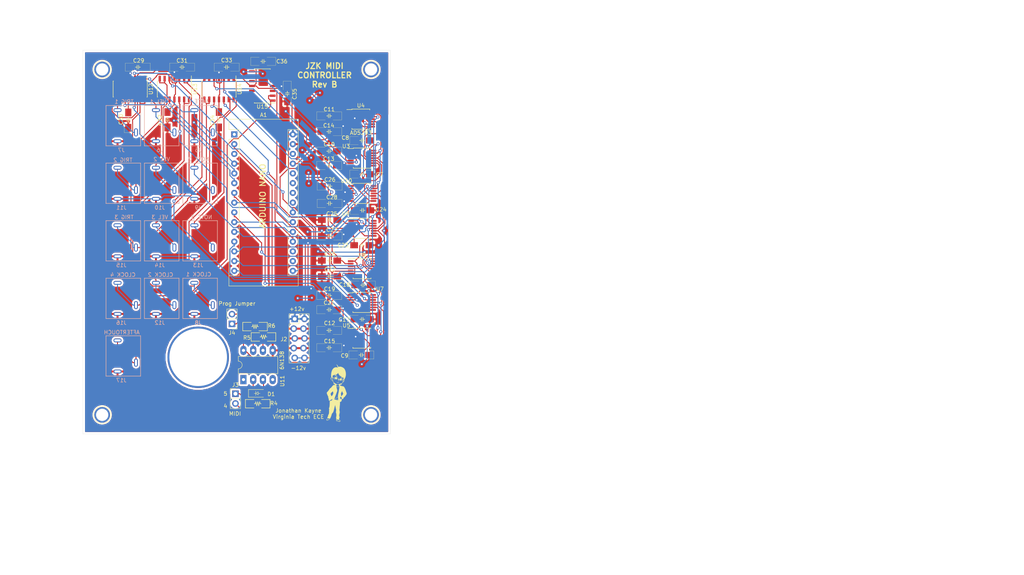
<source format=kicad_pcb>
(kicad_pcb (version 20171130) (host pcbnew "(5.1.0)-1")
  (layers (0 F.Cu signal) (31 B.Cu signal) (34 B.Paste user) (35 F.Paste user) (36 B.SilkS user) (37 F.SilkS user) (38 B.Mask user) (39 F.Mask user) (44 Edge.Cuts user))
  (net 0 "")
  (net 1 GND)
  (net 2 +5V)
  (net 3 "Net-(C7-Pad1)")
  (net 4 "Net-(C8-Pad1)")
  (net 5 "Net-(C9-Pad1)")
  (net 6 -12V)
  (net 7 +12V)
  (net 8 "Net-(C17-Pad1)")
  (net 9 "Net-(C18-Pad1)")
  (net 10 "Net-(C23-Pad1)")
  (net 11 "Net-(C24-Pad1)")
  (net 12 "Net-(D1-Pad1)")
  (net 13 "Net-(D1-Pad2)")
  (net 14 MIDI_Rx)
  (net 15 "Net-(J3-Pad4)")
  (net 16 "Net-(R5-Pad1)")
  (net 17 MCU_Trig2)
  (net 18 MCU_Trig3)
  (net 19 MCU_Clock_1)
  (net 20 MCU_Clock_2)
  (net 21 MCU_Clock_4)
  (net 22 CS3)
  (net 23 CS2)
  (net 24 CS1)
  (net 25 MOSI)
  (net 26 MISO)
  (net 27 SCK)
  (net 28 CS7)
  (net 29 CS6)
  (net 30 CS5)
  (net 31 CS4)
  (net 32 MCU_Trig1)
  (net 33 "Net-(U3-Pad14)")
  (net 34 CV1)
  (net 35 CV4)
  (net 36 "Net-(U4-Pad14)")
  (net 37 CV7)
  (net 38 "Net-(U5-Pad14)")
  (net 39 "Net-(U7-Pad14)")
  (net 40 CV2)
  (net 41 "Net-(U8-Pad14)")
  (net 42 CV5)
  (net 43 CV3)
  (net 44 "Net-(U9-Pad14)")
  (net 45 CV6)
  (net 46 "Net-(U10-Pad14)")
  (net 47 "Net-(U11-Pad1)")
  (net 48 "Net-(U11-Pad4)")
  (net 49 "Net-(A1-Pad1)")
  (net 50 "Net-(A1-Pad17)")
  (net 51 "Net-(A1-Pad2)")
  (net 52 "Net-(A1-Pad18)")
  (net 53 "Net-(A1-Pad3)")
  (net 54 "Net-(A1-Pad23)")
  (net 55 "Net-(A1-Pad24)")
  (net 56 "Net-(A1-Pad25)")
  (net 57 "Net-(A1-Pad26)")
  (net 58 "Net-(A1-Pad28)")
  (net 59 "/External Pins/Note1")
  (net 60 "/External Pins/Velocity1")
  (net 61 "/External Pins/Trig1")
  (net 62 "/External Pins/Clock1")
  (net 63 "/External Pins/Note2")
  (net 64 "/External Pins/Velocity2")
  (net 65 "/External Pins/Trig2")
  (net 66 "/External Pins/Clock2")
  (net 67 "/External Pins/Note3")
  (net 68 "/External Pins/Velocity3")
  (net 69 "/External Pins/Trig3")
  (net 70 "/External Pins/Clock4")
  (net 71 "/External Pins/Aftertouch")
  (module Synth:ChibiLogo (layer F.Cu) (at 106.3 119.2)
    (fp_text reference G*** hide)
    (fp_text value LOGO hide)
  )
  (module Synth:M3_Screw_Hole (layer F.Cu) (at 115 125)
    (fp_text reference SC4 hide)
    (fp_text value M3_Screw_Hole hide)
    (pad 1 thru_hole circle (at 0 0) (size 4.064 4.064) (drill 3.2) (layers *.Cu *.Mask))
  )
  (module Synth:M3_Screw_Hole (layer F.Cu) (at 45 125)
    (fp_text reference SC3 hide)
    (fp_text value M3_Screw_Hole hide)
    (pad 1 thru_hole circle (at 0 0) (size 4.064 4.064) (drill 3.2) (layers *.Cu *.Mask))
  )
  (module Synth:M3_Screw_Hole (layer F.Cu) (at 115 35)
    (fp_text reference SC2 hide)
    (fp_text value M3_Screw_Hole hide)
    (pad 1 thru_hole circle (at 0 0) (size 4.064 4.064) (drill 3.2) (layers *.Cu *.Mask))
  )
  (module Synth:M3_Screw_Hole (layer F.Cu) (at 45 35)
    (fp_text reference SC1 hide)
    (fp_text value M3_Screw_Hole hide)
    (pad 1 thru_hole circle (at 0 0) (size 4.064 4.064) (drill 3.2) (layers *.Cu *.Mask))
  )
  (module Connector_PinHeader_2.54mm:PinHeader_1x02_P2.54mm_Vertical (layer F.Cu) (at 79.7 119.5)
    (fp_text reference J3 (at 0 -2.33) (layer F.SilkS))
    (fp_text value MIDI (at -0.1 5.2) (layer F.SilkS))
    (pad 4 thru_hole oval (at 0 2.54) (size 1.7 1.7) (drill 1) (layers *.Cu *.Mask) (net 15 "Net-(J3-Pad4)"))
    (pad 5 thru_hole rect (at 0 0) (size 1.7 1.7) (drill 1) (layers *.Cu *.Mask) (net 13 "Net-(D1-Pad2)"))
  )
  (module Synth:CUI_SD-50SN_PCB (layer F.Cu) (at 70 110)
    (fp_text reference REF** hide)
    (fp_text value CUI_SD-50SN_PCB hide)
    (pad "" thru_hole circle (at 0 0) (size 16 16) (drill 15) (layers *.Cu *.Mask))
  )
  (module Synth:C_1206 (layer F.Cu) (at 112.7 62.3)
    (fp_text reference C7 (at 4.5 0.1) (layer F.SilkS))
    (fp_text value 1uF)
    (pad 2 smd rect (at 2 0) (size 2 1.6) (layers F.Cu F.Paste F.Mask) (net 1 GND))
    (pad 1 smd rect (at -2 0) (size 2 1.6) (layers F.Cu F.Paste F.Mask) (net 3 "Net-(C7-Pad1)"))
  )
  (module Synth:C_1206 (layer F.Cu) (at 112.7 53.5)
    (fp_text reference C8 (at -4.4 -0.7) (layer F.SilkS))
    (fp_text value 1uF)
    (pad 2 smd rect (at 2 0) (size 2 1.6) (layers F.Cu F.Paste F.Mask) (net 1 GND))
    (pad 1 smd rect (at -2 0) (size 2 1.6) (layers F.Cu F.Paste F.Mask) (net 4 "Net-(C8-Pad1)"))
  )
  (module Synth:C_1206 (layer F.Cu) (at 112.5 109.4)
    (fp_text reference C9 (at -4.4 0.2) (layer F.SilkS))
    (fp_text value 1uF)
    (pad 2 smd rect (at 2 0) (size 2 1.6) (layers F.Cu F.Paste F.Mask) (net 1 GND))
    (pad 1 smd rect (at -2 0) (size 2 1.6) (layers F.Cu F.Paste F.Mask) (net 5 "Net-(C9-Pad1)"))
  )
  (module Synth:C_1206 (layer F.Cu) (at 104.1 56.3)
    (fp_text reference C10 (at 0 -1.8) (layer F.SilkS))
    (fp_text value 0.1uF)
    (pad 2 smd rect (at 2 0) (size 2 1.6) (layers F.Cu F.Paste F.Mask) (net 6 -12V))
    (pad 1 smd rect (at -2 0) (size 2 1.6) (layers F.Cu F.Paste F.Mask) (net 1 GND))
  )
  (module Synth:C_1206 (layer F.Cu) (at 104.1 47.1)
    (fp_text reference C11 (at 0 -1.7) (layer F.SilkS))
    (fp_text value 0.1uF)
    (pad 2 smd rect (at 2 0) (size 2 1.6) (layers F.Cu F.Paste F.Mask) (net 6 -12V))
    (pad 1 smd rect (at -2 0) (size 2 1.6) (layers F.Cu F.Paste F.Mask) (net 1 GND))
  )
  (module Synth:C_1206 (layer F.Cu) (at 104.1 103)
    (fp_text reference C12 (at 0.1 -1.9) (layer F.SilkS))
    (fp_text value 0.1uF)
    (pad 2 smd rect (at 2 0) (size 2 1.6) (layers F.Cu F.Paste F.Mask) (net 6 -12V))
    (pad 1 smd rect (at -2 0) (size 2 1.6) (layers F.Cu F.Paste F.Mask) (net 1 GND))
  )
  (module Synth:C_1206 (layer F.Cu) (at 104.1 60)
    (fp_text reference C13 (at -0.1 -1.7) (layer F.SilkS))
    (fp_text value 0.1uF)
    (pad 2 smd rect (at 2 0) (size 2 1.6) (layers F.Cu F.Paste F.Mask) (net 7 +12V))
    (pad 1 smd rect (at -2 0) (size 2 1.6) (layers F.Cu F.Paste F.Mask) (net 1 GND))
  )
  (module Synth:C_1206 (layer F.Cu) (at 104.1 51.2)
    (fp_text reference C14 (at -0.1 -1.6) (layer F.SilkS))
    (fp_text value 0.1uF)
    (pad 2 smd rect (at 2 0) (size 2 1.6) (layers F.Cu F.Paste F.Mask) (net 7 +12V))
    (pad 1 smd rect (at -2 0) (size 2 1.6) (layers F.Cu F.Paste F.Mask) (net 1 GND))
  )
  (module Synth:C_1206 (layer F.Cu) (at 104.1 107.5)
    (fp_text reference C15 (at 0.1 -1.7) (layer F.SilkS))
    (fp_text value 0.1uF)
    (pad 2 smd rect (at 2 0) (size 2 1.6) (layers F.Cu F.Paste F.Mask) (net 7 +12V))
    (pad 1 smd rect (at -2 0) (size 2 1.6) (layers F.Cu F.Paste F.Mask) (net 1 GND))
  )
  (module Synth:C_1206 (layer F.Cu) (at 112.7 100.1)
    (fp_text reference C17 (at -4.7 0.1) (layer F.SilkS))
    (fp_text value 1uF)
    (pad 2 smd rect (at 2 0) (size 2 1.6) (layers F.Cu F.Paste F.Mask) (net 1 GND))
    (pad 1 smd rect (at -2 0) (size 2 1.6) (layers F.Cu F.Paste F.Mask) (net 8 "Net-(C17-Pad1)"))
  )
  (module Synth:C_1206 (layer F.Cu) (at 112.9 91.2)
    (fp_text reference C18 (at -4.8 -0.1) (layer F.SilkS))
    (fp_text value 1uF)
    (pad 2 smd rect (at 2 0) (size 2 1.6) (layers F.Cu F.Paste F.Mask) (net 1 GND))
    (pad 1 smd rect (at -2 0) (size 2 1.6) (layers F.Cu F.Paste F.Mask) (net 9 "Net-(C18-Pad1)"))
  )
  (module Synth:C_1206 (layer F.Cu) (at 104.1 93.9)
    (fp_text reference C19 (at 0.1 -1.7) (layer F.SilkS))
    (fp_text value 0.1uF)
    (pad 2 smd rect (at 2 0) (size 2 1.6) (layers F.Cu F.Paste F.Mask) (net 6 -12V))
    (pad 1 smd rect (at -2 0) (size 2 1.6) (layers F.Cu F.Paste F.Mask) (net 1 GND))
  )
  (module Synth:C_1206 (layer F.Cu) (at 104.2 84.8)
    (fp_text reference C20 (at 0.1 -1.7) (layer F.SilkS))
    (fp_text value 0.1uF)
    (pad 2 smd rect (at 2 0) (size 2 1.6) (layers F.Cu F.Paste F.Mask) (net 6 -12V))
    (pad 1 smd rect (at -2 0) (size 2 1.6) (layers F.Cu F.Paste F.Mask) (net 1 GND))
  )
  (module Synth:C_1206 (layer F.Cu) (at 104.1 97.6)
    (fp_text reference C21 (at 0 -1.8) (layer F.SilkS))
    (fp_text value 0.1uF)
    (pad 2 smd rect (at 2 0) (size 2 1.6) (layers F.Cu F.Paste F.Mask) (net 7 +12V))
    (pad 1 smd rect (at -2 0) (size 2 1.6) (layers F.Cu F.Paste F.Mask) (net 1 GND))
  )
  (module Synth:C_1206 (layer F.Cu) (at 104.2 88.9)
    (fp_text reference C22 (at 0.1 -1.8) (layer F.SilkS))
    (fp_text value 0.1uF)
    (pad 2 smd rect (at 2 0) (size 2 1.6) (layers F.Cu F.Paste F.Mask) (net 7 +12V))
    (pad 1 smd rect (at -2 0) (size 2 1.6) (layers F.Cu F.Paste F.Mask) (net 1 GND))
  )
  (module Synth:C_1206 (layer F.Cu) (at 112.6 80.8)
    (fp_text reference C23 (at -4.9 0) (layer F.SilkS))
    (fp_text value 1uF)
    (pad 2 smd rect (at 2 0) (size 2 1.6) (layers F.Cu F.Paste F.Mask) (net 1 GND))
    (pad 1 smd rect (at -2 0) (size 2 1.6) (layers F.Cu F.Paste F.Mask) (net 10 "Net-(C23-Pad1)"))
  )
  (module Synth:C_1206 (layer F.Cu) (at 112.8 71.7)
    (fp_text reference C24 (at 4.8 -0.2) (layer F.SilkS))
    (fp_text value 1uF)
    (pad 2 smd rect (at 2 0) (size 2 1.6) (layers F.Cu F.Paste F.Mask) (net 1 GND))
    (pad 1 smd rect (at -2 0) (size 2 1.6) (layers F.Cu F.Paste F.Mask) (net 11 "Net-(C24-Pad1)"))
  )
  (module Synth:C_1206 (layer F.Cu) (at 104.2 74.2)
    (fp_text reference C25 (at 0.6 -1.6) (layer F.SilkS))
    (fp_text value 0.1uF)
    (pad 2 smd rect (at 2 0) (size 2 1.6) (layers F.Cu F.Paste F.Mask) (net 6 -12V))
    (pad 1 smd rect (at -2 0) (size 2 1.6) (layers F.Cu F.Paste F.Mask) (net 1 GND))
  )
  (module Synth:C_1206 (layer F.Cu) (at 104.2 65.4)
    (fp_text reference C26 (at 0.1 -1.7) (layer F.SilkS))
    (fp_text value 0.1uF)
    (pad 2 smd rect (at 2 0) (size 2 1.6) (layers F.Cu F.Paste F.Mask) (net 6 -12V))
    (pad 1 smd rect (at -2 0) (size 2 1.6) (layers F.Cu F.Paste F.Mask) (net 1 GND))
  )
  (module Synth:C_1206 (layer F.Cu) (at 104.2 78.4)
    (fp_text reference C27 (at 0.6 -1.6) (layer F.SilkS))
    (fp_text value 0.1uF)
    (pad 2 smd rect (at 2 0) (size 2 1.6) (layers F.Cu F.Paste F.Mask) (net 7 +12V))
    (pad 1 smd rect (at -2 0) (size 2 1.6) (layers F.Cu F.Paste F.Mask) (net 1 GND))
  )
  (module Synth:C_1206 (layer F.Cu) (at 104.2 69.9)
    (fp_text reference C28 (at 0.6 -1.6) (layer F.SilkS))
    (fp_text value 0.1uF)
    (pad 2 smd rect (at 2 0) (size 2 1.6) (layers F.Cu F.Paste F.Mask) (net 7 +12V))
    (pad 1 smd rect (at -2 0) (size 2 1.6) (layers F.Cu F.Paste F.Mask) (net 1 GND))
  )
  (module Synth:C_1206 (layer F.Cu) (at 54.3 34.4)
    (fp_text reference C29 (at 0.2 -1.7) (layer F.SilkS))
    (fp_text value 0.1uF)
    (pad 2 smd rect (at 2 0) (size 2 1.6) (layers F.Cu F.Paste F.Mask) (net 1 GND))
    (pad 1 smd rect (at -2 0) (size 2 1.6) (layers F.Cu F.Paste F.Mask) (net 7 +12V))
  )
  (module Synth:C_1206 (layer F.Cu) (at 51.8 48.2 90)
    (fp_text reference C30 (at 0.2 -1.9 90) (layer F.SilkS))
    (fp_text value 0.1uF)
    (pad 2 smd rect (at 2 0 90) (size 2 1.6) (layers F.Cu F.Paste F.Mask) (net 6 -12V))
    (pad 1 smd rect (at -2 0 90) (size 2 1.6) (layers F.Cu F.Paste F.Mask) (net 1 GND))
  )
  (module Synth:C_1206 (layer F.Cu) (at 65.8 34.4)
    (fp_text reference C31 (at 0 -1.7) (layer F.SilkS))
    (fp_text value 0.1uF)
    (pad 2 smd rect (at 2 0) (size 2 1.6) (layers F.Cu F.Paste F.Mask) (net 1 GND))
    (pad 1 smd rect (at -2 0) (size 2 1.6) (layers F.Cu F.Paste F.Mask) (net 7 +12V))
  )
  (module Synth:C_1206 (layer F.Cu) (at 62 48.1 90)
    (fp_text reference C32 (at -0.1 -1.9 90) (layer F.SilkS))
    (fp_text value 0.1uF)
    (pad 2 smd rect (at 2 0 90) (size 2 1.6) (layers F.Cu F.Paste F.Mask) (net 6 -12V))
    (pad 1 smd rect (at -2 0 90) (size 2 1.6) (layers F.Cu F.Paste F.Mask) (net 1 GND))
  )
  (module Synth:C_1206 (layer F.Cu) (at 77.4 34.4)
    (fp_text reference C33 (at 0 -1.8) (layer F.SilkS))
    (fp_text value 0.1uF)
    (pad 2 smd rect (at 2 0) (size 2 1.6) (layers F.Cu F.Paste F.Mask) (net 1 GND))
    (pad 1 smd rect (at -2 0) (size 2 1.6) (layers F.Cu F.Paste F.Mask) (net 7 +12V))
  )
  (module Synth:C_1206 (layer F.Cu) (at 75.4 48.1 90)
    (fp_text reference C34 (at -0.2 -1.7 90) (layer F.SilkS))
    (fp_text value 0.1uF)
    (pad 2 smd rect (at 2 0 90) (size 2 1.6) (layers F.Cu F.Paste F.Mask) (net 6 -12V))
    (pad 1 smd rect (at -2 0 90) (size 2 1.6) (layers F.Cu F.Paste F.Mask) (net 1 GND))
  )
  (module Synth:C_1206 (layer F.Cu) (at 93.2 41.3 270)
    (fp_text reference C35 (at 0.1 -1.9 270) (layer F.SilkS))
    (fp_text value 0.1uF)
    (pad 2 smd rect (at 2 0 270) (size 2 1.6) (layers F.Cu F.Paste F.Mask) (net 1 GND))
    (pad 1 smd rect (at -2 0 270) (size 2 1.6) (layers F.Cu F.Paste F.Mask) (net 7 +12V))
  )
  (module Synth:C_1206 (layer F.Cu) (at 86.9 32.9 180)
    (fp_text reference C36 (at -4.9 0 180) (layer F.SilkS))
    (fp_text value 0.1uF)
    (pad 2 smd rect (at 2 0 180) (size 2 1.6) (layers F.Cu F.Paste F.Mask) (net 6 -12V))
    (pad 1 smd rect (at -2 0 180) (size 2 1.6) (layers F.Cu F.Paste F.Mask) (net 1 GND))
  )
  (module Synth:PinHeader_2x05_P2.54mm_Vertical_Zigzag (layer F.Cu) (at 95 100)
    (fp_text reference J2 (at -2.7 5.3) (layer F.SilkS))
    (fp_text value Power)
    (pad 1 thru_hole rect (at 0.127 0) (size 1.7 1.7) (drill 1) (layers *.Cu *.Mask) (net 7 +12V))
    (pad 2 thru_hole oval (at 2.667 0) (size 1.7 1.7) (drill 1) (layers *.Cu *.Mask) (net 7 +12V))
    (pad 3 thru_hole oval (at -0.127 2.54) (size 1.7 1.7) (drill 1) (layers *.Cu *.Mask) (net 1 GND))
    (pad 4 thru_hole oval (at 2.413 2.54) (size 1.7 1.7) (drill 1) (layers *.Cu *.Mask) (net 1 GND))
    (pad 5 thru_hole oval (at 0.127 5.08) (size 1.7 1.7) (drill 1) (layers *.Cu *.Mask) (net 1 GND))
    (pad 6 thru_hole oval (at 2.667 5.08) (size 1.7 1.7) (drill 1) (layers *.Cu *.Mask) (net 1 GND))
    (pad 7 thru_hole oval (at -0.127 7.62) (size 1.7 1.7) (drill 1) (layers *.Cu *.Mask) (net 1 GND))
    (pad 8 thru_hole oval (at 2.413 7.62) (size 1.7 1.7) (drill 1) (layers *.Cu *.Mask) (net 1 GND))
    (pad 9 thru_hole oval (at 0.127 10.16) (size 1.7 1.7) (drill 1) (layers *.Cu *.Mask) (net 6 -12V))
    (pad 10 thru_hole oval (at 2.667 10.16) (size 1.7 1.7) (drill 1) (layers *.Cu *.Mask) (net 6 -12V))
  )
  (module Connector_PinHeader_2.54mm:PinHeader_1x02_P2.54mm_Vertical (layer F.Cu) (at 78.8 101.3 180)
    (fp_text reference J4 (at 0 -2.33 180) (layer F.SilkS))
    (fp_text value "Prog Jumper" (at -1.3 5.3 180) (layer F.SilkS))
    (pad 2 thru_hole oval (at 0 2.54 180) (size 1.7 1.7) (drill 1) (layers *.Cu *.Mask) (net 51 "Net-(A1-Pad2)"))
    (pad 1 thru_hole rect (at 0 0 180) (size 1.7 1.7) (drill 1) (layers *.Cu *.Mask) (net 14 MIDI_Rx))
  )
  (module Synth:R_1206 (layer F.Cu) (at 85.5 122.1)
    (fp_text reference R4 (at 4.2 -0.1) (layer F.SilkS))
    (fp_text value 220)
    (pad 2 smd rect (at 2 0) (size 2 1.7) (layers F.Cu F.Paste F.Mask) (net 15 "Net-(J3-Pad4)"))
    (pad 1 smd rect (at -2 0) (size 2 1.7) (layers F.Cu F.Paste F.Mask) (net 12 "Net-(D1-Pad1)"))
  )
  (module Synth:R_1206 (layer F.Cu) (at 87 104.7)
    (fp_text reference R5 (at -4.3 0.2) (layer F.SilkS))
    (fp_text value 4.7k)
    (pad 2 smd rect (at 2 0) (size 2 1.7) (layers F.Cu F.Paste F.Mask) (net 1 GND))
    (pad 1 smd rect (at -2 0) (size 2 1.7) (layers F.Cu F.Paste F.Mask) (net 16 "Net-(R5-Pad1)"))
  )
  (module Synth:R_1206 (layer F.Cu) (at 84.8 102)
    (fp_text reference R6 (at 4.3 -0.2) (layer F.SilkS))
    (fp_text value 220)
    (pad 2 smd rect (at 2 0) (size 2 1.7) (layers F.Cu F.Paste F.Mask) (net 14 MIDI_Rx))
    (pad 1 smd rect (at -2 0) (size 2 1.7) (layers F.Cu F.Paste F.Mask) (net 2 +5V))
  )
  (module Package_SO:TSSOP-14_4.4x5mm_P0.65mm (layer F.Cu) (at 112.7 58.1)
    (fp_text reference U3 (at -4.2 -3.1) (layer F.SilkS))
    (fp_text value AD5293)
    (pad 14 smd rect (at 2.95 -1.95) (size 1.45 0.45) (layers F.Cu F.Paste F.Mask) (net 33 "Net-(U3-Pad14)"))
    (pad 13 smd rect (at 2.95 -1.3) (size 1.45 0.45) (layers F.Cu F.Paste F.Mask) (net 26 MISO))
    (pad 12 smd rect (at 2.95 -0.65) (size 1.45 0.45) (layers F.Cu F.Paste F.Mask) (net 24 CS1))
    (pad 11 smd rect (at 2.95 0) (size 1.45 0.45) (layers F.Cu F.Paste F.Mask) (net 27 SCK))
    (pad 10 smd rect (at 2.95 0.65) (size 1.45 0.45) (layers F.Cu F.Paste F.Mask) (net 25 MOSI))
    (pad 9 smd rect (at 2.95 1.3) (size 1.45 0.45) (layers F.Cu F.Paste F.Mask) (net 1 GND))
    (pad 8 smd rect (at 2.95 1.95) (size 1.45 0.45) (layers F.Cu F.Paste F.Mask) (net 2 +5V))
    (pad 7 smd rect (at -2.95 1.95) (size 1.45 0.45) (layers F.Cu F.Paste F.Mask) (net 3 "Net-(C7-Pad1)"))
    (pad 6 smd rect (at -2.95 1.3) (size 1.45 0.45) (layers F.Cu F.Paste F.Mask) (net 7 +12V))
    (pad 5 smd rect (at -2.95 0.65) (size 1.45 0.45) (layers F.Cu F.Paste F.Mask) (net 6 -12V))
    (pad 4 smd rect (at -2.95 0) (size 1.45 0.45) (layers F.Cu F.Paste F.Mask) (net 34 CV1))
    (pad 3 smd rect (at -2.95 -0.65) (size 1.45 0.45) (layers F.Cu F.Paste F.Mask) (net 7 +12V))
    (pad 2 smd rect (at -2.95 -1.3) (size 1.45 0.45) (layers F.Cu F.Paste F.Mask) (net 6 -12V))
    (pad 1 smd rect (at -2.95 -1.95) (size 1.45 0.45) (layers F.Cu F.Paste F.Mask) (net 2 +5V))
  )
  (module Package_SO:TSSOP-14_4.4x5mm_P0.65mm (layer F.Cu) (at 112.35 47.95)
    (fp_text reference U4 (at 0 -3.55) (layer F.SilkS))
    (fp_text value AD5293 (at 0 3.55) (layer F.SilkS))
    (pad 14 smd rect (at 2.95 -1.95) (size 1.45 0.45) (layers F.Cu F.Paste F.Mask) (net 36 "Net-(U4-Pad14)"))
    (pad 13 smd rect (at 2.95 -1.3) (size 1.45 0.45) (layers F.Cu F.Paste F.Mask) (net 26 MISO))
    (pad 12 smd rect (at 2.95 -0.65) (size 1.45 0.45) (layers F.Cu F.Paste F.Mask) (net 31 CS4))
    (pad 11 smd rect (at 2.95 0) (size 1.45 0.45) (layers F.Cu F.Paste F.Mask) (net 27 SCK))
    (pad 10 smd rect (at 2.95 0.65) (size 1.45 0.45) (layers F.Cu F.Paste F.Mask) (net 25 MOSI))
    (pad 9 smd rect (at 2.95 1.3) (size 1.45 0.45) (layers F.Cu F.Paste F.Mask) (net 1 GND))
    (pad 8 smd rect (at 2.95 1.95) (size 1.45 0.45) (layers F.Cu F.Paste F.Mask) (net 2 +5V))
    (pad 7 smd rect (at -2.95 1.95) (size 1.45 0.45) (layers F.Cu F.Paste F.Mask) (net 4 "Net-(C8-Pad1)"))
    (pad 6 smd rect (at -2.95 1.3) (size 1.45 0.45) (layers F.Cu F.Paste F.Mask) (net 7 +12V))
    (pad 5 smd rect (at -2.95 0.65) (size 1.45 0.45) (layers F.Cu F.Paste F.Mask) (net 6 -12V))
    (pad 4 smd rect (at -2.95 0) (size 1.45 0.45) (layers F.Cu F.Paste F.Mask) (net 35 CV4))
    (pad 3 smd rect (at -2.95 -0.65) (size 1.45 0.45) (layers F.Cu F.Paste F.Mask) (net 7 +12V))
    (pad 2 smd rect (at -2.95 -1.3) (size 1.45 0.45) (layers F.Cu F.Paste F.Mask) (net 6 -12V))
    (pad 1 smd rect (at -2.95 -1.95) (size 1.45 0.45) (layers F.Cu F.Paste F.Mask) (net 2 +5V))
  )
  (module Package_SO:TSSOP-14_4.4x5mm_P0.65mm (layer F.Cu) (at 112.6 105)
    (fp_text reference U5 (at -4 -3.3) (layer F.SilkS))
    (fp_text value AD5293)
    (pad 14 smd rect (at 2.95 -1.95) (size 1.45 0.45) (layers F.Cu F.Paste F.Mask) (net 38 "Net-(U5-Pad14)"))
    (pad 13 smd rect (at 2.95 -1.3) (size 1.45 0.45) (layers F.Cu F.Paste F.Mask) (net 26 MISO))
    (pad 12 smd rect (at 2.95 -0.65) (size 1.45 0.45) (layers F.Cu F.Paste F.Mask) (net 28 CS7))
    (pad 11 smd rect (at 2.95 0) (size 1.45 0.45) (layers F.Cu F.Paste F.Mask) (net 27 SCK))
    (pad 10 smd rect (at 2.95 0.65) (size 1.45 0.45) (layers F.Cu F.Paste F.Mask) (net 25 MOSI))
    (pad 9 smd rect (at 2.95 1.3) (size 1.45 0.45) (layers F.Cu F.Paste F.Mask) (net 1 GND))
    (pad 8 smd rect (at 2.95 1.95) (size 1.45 0.45) (layers F.Cu F.Paste F.Mask) (net 2 +5V))
    (pad 7 smd rect (at -2.95 1.95) (size 1.45 0.45) (layers F.Cu F.Paste F.Mask) (net 5 "Net-(C9-Pad1)"))
    (pad 6 smd rect (at -2.95 1.3) (size 1.45 0.45) (layers F.Cu F.Paste F.Mask) (net 7 +12V))
    (pad 5 smd rect (at -2.95 0.65) (size 1.45 0.45) (layers F.Cu F.Paste F.Mask) (net 6 -12V))
    (pad 4 smd rect (at -2.95 0) (size 1.45 0.45) (layers F.Cu F.Paste F.Mask) (net 37 CV7))
    (pad 3 smd rect (at -2.95 -0.65) (size 1.45 0.45) (layers F.Cu F.Paste F.Mask) (net 7 +12V))
    (pad 2 smd rect (at -2.95 -1.3) (size 1.45 0.45) (layers F.Cu F.Paste F.Mask) (net 6 -12V))
    (pad 1 smd rect (at -2.95 -1.95) (size 1.45 0.45) (layers F.Cu F.Paste F.Mask) (net 2 +5V))
  )
  (module Package_SO:TSSOP-14_4.4x5mm_P0.65mm (layer F.Cu) (at 112.6 95.7)
    (fp_text reference U7 (at 4.7 -3.5) (layer F.SilkS))
    (fp_text value AD5293)
    (pad 14 smd rect (at 2.95 -1.95) (size 1.45 0.45) (layers F.Cu F.Paste F.Mask) (net 39 "Net-(U7-Pad14)"))
    (pad 13 smd rect (at 2.95 -1.3) (size 1.45 0.45) (layers F.Cu F.Paste F.Mask) (net 26 MISO))
    (pad 12 smd rect (at 2.95 -0.65) (size 1.45 0.45) (layers F.Cu F.Paste F.Mask) (net 23 CS2))
    (pad 11 smd rect (at 2.95 0) (size 1.45 0.45) (layers F.Cu F.Paste F.Mask) (net 27 SCK))
    (pad 10 smd rect (at 2.95 0.65) (size 1.45 0.45) (layers F.Cu F.Paste F.Mask) (net 25 MOSI))
    (pad 9 smd rect (at 2.95 1.3) (size 1.45 0.45) (layers F.Cu F.Paste F.Mask) (net 1 GND))
    (pad 8 smd rect (at 2.95 1.95) (size 1.45 0.45) (layers F.Cu F.Paste F.Mask) (net 2 +5V))
    (pad 7 smd rect (at -2.95 1.95) (size 1.45 0.45) (layers F.Cu F.Paste F.Mask) (net 8 "Net-(C17-Pad1)"))
    (pad 6 smd rect (at -2.95 1.3) (size 1.45 0.45) (layers F.Cu F.Paste F.Mask) (net 7 +12V))
    (pad 5 smd rect (at -2.95 0.65) (size 1.45 0.45) (layers F.Cu F.Paste F.Mask) (net 6 -12V))
    (pad 4 smd rect (at -2.95 0) (size 1.45 0.45) (layers F.Cu F.Paste F.Mask) (net 40 CV2))
    (pad 3 smd rect (at -2.95 -0.65) (size 1.45 0.45) (layers F.Cu F.Paste F.Mask) (net 7 +12V))
    (pad 2 smd rect (at -2.95 -1.3) (size 1.45 0.45) (layers F.Cu F.Paste F.Mask) (net 6 -12V))
    (pad 1 smd rect (at -2.95 -1.95) (size 1.45 0.45) (layers F.Cu F.Paste F.Mask) (net 2 +5V))
  )
  (module Package_SO:TSSOP-14_4.4x5mm_P0.65mm (layer F.Cu) (at 112.65 86.9)
    (fp_text reference U8 (at 0 -3.55) (layer F.SilkS))
    (fp_text value AD5293)
    (pad 14 smd rect (at 2.95 -1.95) (size 1.45 0.45) (layers F.Cu F.Paste F.Mask) (net 41 "Net-(U8-Pad14)"))
    (pad 13 smd rect (at 2.95 -1.3) (size 1.45 0.45) (layers F.Cu F.Paste F.Mask) (net 26 MISO))
    (pad 12 smd rect (at 2.95 -0.65) (size 1.45 0.45) (layers F.Cu F.Paste F.Mask) (net 30 CS5))
    (pad 11 smd rect (at 2.95 0) (size 1.45 0.45) (layers F.Cu F.Paste F.Mask) (net 27 SCK))
    (pad 10 smd rect (at 2.95 0.65) (size 1.45 0.45) (layers F.Cu F.Paste F.Mask) (net 25 MOSI))
    (pad 9 smd rect (at 2.95 1.3) (size 1.45 0.45) (layers F.Cu F.Paste F.Mask) (net 1 GND))
    (pad 8 smd rect (at 2.95 1.95) (size 1.45 0.45) (layers F.Cu F.Paste F.Mask) (net 2 +5V))
    (pad 7 smd rect (at -2.95 1.95) (size 1.45 0.45) (layers F.Cu F.Paste F.Mask) (net 9 "Net-(C18-Pad1)"))
    (pad 6 smd rect (at -2.95 1.3) (size 1.45 0.45) (layers F.Cu F.Paste F.Mask) (net 7 +12V))
    (pad 5 smd rect (at -2.95 0.65) (size 1.45 0.45) (layers F.Cu F.Paste F.Mask) (net 6 -12V))
    (pad 4 smd rect (at -2.95 0) (size 1.45 0.45) (layers F.Cu F.Paste F.Mask) (net 42 CV5))
    (pad 3 smd rect (at -2.95 -0.65) (size 1.45 0.45) (layers F.Cu F.Paste F.Mask) (net 7 +12V))
    (pad 2 smd rect (at -2.95 -1.3) (size 1.45 0.45) (layers F.Cu F.Paste F.Mask) (net 6 -12V))
    (pad 1 smd rect (at -2.95 -1.95) (size 1.45 0.45) (layers F.Cu F.Paste F.Mask) (net 2 +5V))
  )
  (module Package_SO:TSSOP-14_4.4x5mm_P0.65mm (layer F.Cu) (at 112.75 76.4)
    (fp_text reference U9 (at -4.35 -3.8) (layer F.SilkS))
    (fp_text value AD5293)
    (pad 14 smd rect (at 2.95 -1.95) (size 1.45 0.45) (layers F.Cu F.Paste F.Mask) (net 44 "Net-(U9-Pad14)"))
    (pad 13 smd rect (at 2.95 -1.3) (size 1.45 0.45) (layers F.Cu F.Paste F.Mask) (net 26 MISO))
    (pad 12 smd rect (at 2.95 -0.65) (size 1.45 0.45) (layers F.Cu F.Paste F.Mask) (net 22 CS3))
    (pad 11 smd rect (at 2.95 0) (size 1.45 0.45) (layers F.Cu F.Paste F.Mask) (net 27 SCK))
    (pad 10 smd rect (at 2.95 0.65) (size 1.45 0.45) (layers F.Cu F.Paste F.Mask) (net 25 MOSI))
    (pad 9 smd rect (at 2.95 1.3) (size 1.45 0.45) (layers F.Cu F.Paste F.Mask) (net 1 GND))
    (pad 8 smd rect (at 2.95 1.95) (size 1.45 0.45) (layers F.Cu F.Paste F.Mask) (net 2 +5V))
    (pad 7 smd rect (at -2.95 1.95) (size 1.45 0.45) (layers F.Cu F.Paste F.Mask) (net 10 "Net-(C23-Pad1)"))
    (pad 6 smd rect (at -2.95 1.3) (size 1.45 0.45) (layers F.Cu F.Paste F.Mask) (net 7 +12V))
    (pad 5 smd rect (at -2.95 0.65) (size 1.45 0.45) (layers F.Cu F.Paste F.Mask) (net 6 -12V))
    (pad 4 smd rect (at -2.95 0) (size 1.45 0.45) (layers F.Cu F.Paste F.Mask) (net 43 CV3))
    (pad 3 smd rect (at -2.95 -0.65) (size 1.45 0.45) (layers F.Cu F.Paste F.Mask) (net 7 +12V))
    (pad 2 smd rect (at -2.95 -1.3) (size 1.45 0.45) (layers F.Cu F.Paste F.Mask) (net 6 -12V))
    (pad 1 smd rect (at -2.95 -1.95) (size 1.45 0.45) (layers F.Cu F.Paste F.Mask) (net 2 +5V))
  )
  (module Package_SO:TSSOP-14_4.4x5mm_P0.65mm (layer F.Cu) (at 112.7 67.3)
    (fp_text reference U10 (at -4.1 -3.3) (layer F.SilkS))
    (fp_text value AD5293)
    (pad 14 smd rect (at 2.95 -1.95) (size 1.45 0.45) (layers F.Cu F.Paste F.Mask) (net 46 "Net-(U10-Pad14)"))
    (pad 13 smd rect (at 2.95 -1.3) (size 1.45 0.45) (layers F.Cu F.Paste F.Mask) (net 26 MISO))
    (pad 12 smd rect (at 2.95 -0.65) (size 1.45 0.45) (layers F.Cu F.Paste F.Mask) (net 29 CS6))
    (pad 11 smd rect (at 2.95 0) (size 1.45 0.45) (layers F.Cu F.Paste F.Mask) (net 27 SCK))
    (pad 10 smd rect (at 2.95 0.65) (size 1.45 0.45) (layers F.Cu F.Paste F.Mask) (net 25 MOSI))
    (pad 9 smd rect (at 2.95 1.3) (size 1.45 0.45) (layers F.Cu F.Paste F.Mask) (net 1 GND))
    (pad 8 smd rect (at 2.95 1.95) (size 1.45 0.45) (layers F.Cu F.Paste F.Mask) (net 2 +5V))
    (pad 7 smd rect (at -2.95 1.95) (size 1.45 0.45) (layers F.Cu F.Paste F.Mask) (net 11 "Net-(C24-Pad1)"))
    (pad 6 smd rect (at -2.95 1.3) (size 1.45 0.45) (layers F.Cu F.Paste F.Mask) (net 7 +12V))
    (pad 5 smd rect (at -2.95 0.65) (size 1.45 0.45) (layers F.Cu F.Paste F.Mask) (net 6 -12V))
    (pad 4 smd rect (at -2.95 0) (size 1.45 0.45) (layers F.Cu F.Paste F.Mask) (net 45 CV6))
    (pad 3 smd rect (at -2.95 -0.65) (size 1.45 0.45) (layers F.Cu F.Paste F.Mask) (net 7 +12V))
    (pad 2 smd rect (at -2.95 -1.3) (size 1.45 0.45) (layers F.Cu F.Paste F.Mask) (net 6 -12V))
    (pad 1 smd rect (at -2.95 -1.95) (size 1.45 0.45) (layers F.Cu F.Paste F.Mask) (net 2 +5V))
  )
  (module Package_DIP:DIP-8_W7.62mm_LongPads (layer F.Cu) (at 81.78 115.82 90)
    (fp_text reference U11 (at -0.38 10.12 90) (layer F.SilkS))
    (fp_text value 6N138 (at 5.02 10.02 90) (layer F.SilkS))
    (pad 8 thru_hole oval (at 7.62 0 90) (size 2.4 1.6) (drill 0.8) (layers *.Cu *.Mask) (net 2 +5V))
    (pad 4 thru_hole oval (at 0 7.62 90) (size 2.4 1.6) (drill 0.8) (layers *.Cu *.Mask) (net 48 "Net-(U11-Pad4)"))
    (pad 7 thru_hole oval (at 7.62 2.54 90) (size 2.4 1.6) (drill 0.8) (layers *.Cu *.Mask) (net 16 "Net-(R5-Pad1)"))
    (pad 3 thru_hole oval (at 0 5.08 90) (size 2.4 1.6) (drill 0.8) (layers *.Cu *.Mask) (net 13 "Net-(D1-Pad2)"))
    (pad 6 thru_hole oval (at 7.62 5.08 90) (size 2.4 1.6) (drill 0.8) (layers *.Cu *.Mask) (net 14 MIDI_Rx))
    (pad 2 thru_hole oval (at 0 2.54 90) (size 2.4 1.6) (drill 0.8) (layers *.Cu *.Mask) (net 12 "Net-(D1-Pad1)"))
    (pad 5 thru_hole oval (at 7.62 7.62 90) (size 2.4 1.6) (drill 0.8) (layers *.Cu *.Mask) (net 1 GND))
    (pad 1 thru_hole rect (at 0 0 90) (size 2.4 1.6) (drill 0.8) (layers *.Cu *.Mask) (net 47 "Net-(U11-Pad1)"))
  )
  (module Package_SO:SOIC-14_3.9x8.7mm_P1.27mm (layer F.Cu) (at 52.3 40.1 270)
    (fp_text reference U12 (at 0 -5.375 270) (layer F.SilkS))
    (fp_text value TL074)
    (pad 14 smd rect (at 2.7 -3.81 270) (size 1.5 0.6) (layers F.Cu F.Paste F.Mask) (net 62 "/External Pins/Clock1"))
    (pad 13 smd rect (at 2.7 -2.54 270) (size 1.5 0.6) (layers F.Cu F.Paste F.Mask) (net 62 "/External Pins/Clock1"))
    (pad 12 smd rect (at 2.7 -1.27 270) (size 1.5 0.6) (layers F.Cu F.Paste F.Mask) (net 19 MCU_Clock_1))
    (pad 11 smd rect (at 2.7 0 270) (size 1.5 0.6) (layers F.Cu F.Paste F.Mask) (net 6 -12V))
    (pad 10 smd rect (at 2.7 1.27 270) (size 1.5 0.6) (layers F.Cu F.Paste F.Mask) (net 32 MCU_Trig1))
    (pad 9 smd rect (at 2.7 2.54 270) (size 1.5 0.6) (layers F.Cu F.Paste F.Mask) (net 61 "/External Pins/Trig1"))
    (pad 8 smd rect (at 2.7 3.81 270) (size 1.5 0.6) (layers F.Cu F.Paste F.Mask) (net 61 "/External Pins/Trig1"))
    (pad 7 smd rect (at -2.7 3.81 270) (size 1.5 0.6) (layers F.Cu F.Paste F.Mask) (net 60 "/External Pins/Velocity1"))
    (pad 6 smd rect (at -2.7 2.54 270) (size 1.5 0.6) (layers F.Cu F.Paste F.Mask) (net 60 "/External Pins/Velocity1"))
    (pad 5 smd rect (at -2.7 1.27 270) (size 1.5 0.6) (layers F.Cu F.Paste F.Mask) (net 35 CV4))
    (pad 4 smd rect (at -2.7 0 270) (size 1.5 0.6) (layers F.Cu F.Paste F.Mask) (net 7 +12V))
    (pad 3 smd rect (at -2.7 -1.27 270) (size 1.5 0.6) (layers F.Cu F.Paste F.Mask) (net 34 CV1))
    (pad 2 smd rect (at -2.7 -2.54 270) (size 1.5 0.6) (layers F.Cu F.Paste F.Mask) (net 59 "/External Pins/Note1"))
    (pad 1 smd rect (at -2.7 -3.81 270) (size 1.5 0.6) (layers F.Cu F.Paste F.Mask) (net 59 "/External Pins/Note1"))
  )
  (module Package_SO:SOIC-14_3.9x8.7mm_P1.27mm (layer F.Cu) (at 63.8 40.1 270)
    (fp_text reference U13 (at 0 -5.375 270) (layer F.SilkS))
    (fp_text value TL074)
    (pad 14 smd rect (at 2.7 -3.81 270) (size 1.5 0.6) (layers F.Cu F.Paste F.Mask) (net 66 "/External Pins/Clock2"))
    (pad 13 smd rect (at 2.7 -2.54 270) (size 1.5 0.6) (layers F.Cu F.Paste F.Mask) (net 66 "/External Pins/Clock2"))
    (pad 12 smd rect (at 2.7 -1.27 270) (size 1.5 0.6) (layers F.Cu F.Paste F.Mask) (net 20 MCU_Clock_2))
    (pad 11 smd rect (at 2.7 0 270) (size 1.5 0.6) (layers F.Cu F.Paste F.Mask) (net 6 -12V))
    (pad 10 smd rect (at 2.7 1.27 270) (size 1.5 0.6) (layers F.Cu F.Paste F.Mask) (net 17 MCU_Trig2))
    (pad 9 smd rect (at 2.7 2.54 270) (size 1.5 0.6) (layers F.Cu F.Paste F.Mask) (net 65 "/External Pins/Trig2"))
    (pad 8 smd rect (at 2.7 3.81 270) (size 1.5 0.6) (layers F.Cu F.Paste F.Mask) (net 65 "/External Pins/Trig2"))
    (pad 7 smd rect (at -2.7 3.81 270) (size 1.5 0.6) (layers F.Cu F.Paste F.Mask) (net 64 "/External Pins/Velocity2"))
    (pad 6 smd rect (at -2.7 2.54 270) (size 1.5 0.6) (layers F.Cu F.Paste F.Mask) (net 64 "/External Pins/Velocity2"))
    (pad 5 smd rect (at -2.7 1.27 270) (size 1.5 0.6) (layers F.Cu F.Paste F.Mask) (net 42 CV5))
    (pad 4 smd rect (at -2.7 0 270) (size 1.5 0.6) (layers F.Cu F.Paste F.Mask) (net 7 +12V))
    (pad 3 smd rect (at -2.7 -1.27 270) (size 1.5 0.6) (layers F.Cu F.Paste F.Mask) (net 40 CV2))
    (pad 2 smd rect (at -2.7 -2.54 270) (size 1.5 0.6) (layers F.Cu F.Paste F.Mask) (net 63 "/External Pins/Note2"))
    (pad 1 smd rect (at -2.7 -3.81 270) (size 1.5 0.6) (layers F.Cu F.Paste F.Mask) (net 63 "/External Pins/Note2"))
  )
  (module Package_SO:SOIC-14_3.9x8.7mm_P1.27mm (layer F.Cu) (at 75.41 40.1 270)
    (fp_text reference U14 (at 0 -5.375 270) (layer F.SilkS))
    (fp_text value TL074)
    (pad 14 smd rect (at 2.7 -3.81 270) (size 1.5 0.6) (layers F.Cu F.Paste F.Mask) (net 70 "/External Pins/Clock4"))
    (pad 13 smd rect (at 2.7 -2.54 270) (size 1.5 0.6) (layers F.Cu F.Paste F.Mask) (net 70 "/External Pins/Clock4"))
    (pad 12 smd rect (at 2.7 -1.27 270) (size 1.5 0.6) (layers F.Cu F.Paste F.Mask) (net 21 MCU_Clock_4))
    (pad 11 smd rect (at 2.7 0 270) (size 1.5 0.6) (layers F.Cu F.Paste F.Mask) (net 6 -12V))
    (pad 10 smd rect (at 2.7 1.27 270) (size 1.5 0.6) (layers F.Cu F.Paste F.Mask) (net 18 MCU_Trig3))
    (pad 9 smd rect (at 2.7 2.54 270) (size 1.5 0.6) (layers F.Cu F.Paste F.Mask) (net 69 "/External Pins/Trig3"))
    (pad 8 smd rect (at 2.7 3.81 270) (size 1.5 0.6) (layers F.Cu F.Paste F.Mask) (net 69 "/External Pins/Trig3"))
    (pad 7 smd rect (at -2.7 3.81 270) (size 1.5 0.6) (layers F.Cu F.Paste F.Mask) (net 68 "/External Pins/Velocity3"))
    (pad 6 smd rect (at -2.7 2.54 270) (size 1.5 0.6) (layers F.Cu F.Paste F.Mask) (net 68 "/External Pins/Velocity3"))
    (pad 5 smd rect (at -2.7 1.27 270) (size 1.5 0.6) (layers F.Cu F.Paste F.Mask) (net 45 CV6))
    (pad 4 smd rect (at -2.7 0 270) (size 1.5 0.6) (layers F.Cu F.Paste F.Mask) (net 7 +12V))
    (pad 3 smd rect (at -2.7 -1.27 270) (size 1.5 0.6) (layers F.Cu F.Paste F.Mask) (net 43 CV3))
    (pad 2 smd rect (at -2.7 -2.54 270) (size 1.5 0.6) (layers F.Cu F.Paste F.Mask) (net 67 "/External Pins/Note3"))
    (pad 1 smd rect (at -2.7 -3.81 270) (size 1.5 0.6) (layers F.Cu F.Paste F.Mask) (net 67 "/External Pins/Note3"))
  )
  (module Package_SO:SOIC-14_3.9x8.7mm_P1.27mm (layer F.Cu) (at 86.7 39.3 180)
    (fp_text reference U15 (at 0 -5.375 180) (layer F.SilkS))
    (fp_text value TL074)
    (pad 14 smd rect (at 2.7 -3.81 180) (size 1.5 0.6) (layers F.Cu F.Paste F.Mask))
    (pad 13 smd rect (at 2.7 -2.54 180) (size 1.5 0.6) (layers F.Cu F.Paste F.Mask))
    (pad 12 smd rect (at 2.7 -1.27 180) (size 1.5 0.6) (layers F.Cu F.Paste F.Mask))
    (pad 11 smd rect (at 2.7 0 180) (size 1.5 0.6) (layers F.Cu F.Paste F.Mask) (net 6 -12V))
    (pad 10 smd rect (at 2.7 1.27 180) (size 1.5 0.6) (layers F.Cu F.Paste F.Mask))
    (pad 9 smd rect (at 2.7 2.54 180) (size 1.5 0.6) (layers F.Cu F.Paste F.Mask))
    (pad 8 smd rect (at 2.7 3.81 180) (size 1.5 0.6) (layers F.Cu F.Paste F.Mask))
    (pad 7 smd rect (at -2.7 3.81 180) (size 1.5 0.6) (layers F.Cu F.Paste F.Mask))
    (pad 6 smd rect (at -2.7 2.54 180) (size 1.5 0.6) (layers F.Cu F.Paste F.Mask))
    (pad 5 smd rect (at -2.7 1.27 180) (size 1.5 0.6) (layers F.Cu F.Paste F.Mask))
    (pad 4 smd rect (at -2.7 0 180) (size 1.5 0.6) (layers F.Cu F.Paste F.Mask) (net 7 +12V))
    (pad 3 smd rect (at -2.7 -1.27 180) (size 1.5 0.6) (layers F.Cu F.Paste F.Mask) (net 37 CV7))
    (pad 2 smd rect (at -2.7 -2.54 180) (size 1.5 0.6) (layers F.Cu F.Paste F.Mask) (net 71 "/External Pins/Aftertouch"))
    (pad 1 smd rect (at -2.7 -3.81 180) (size 1.5 0.6) (layers F.Cu F.Paste F.Mask) (net 71 "/External Pins/Aftertouch"))
  )
  (module Synth:D_SOD-123 (layer F.Cu) (at 85.35 119.4)
    (fp_text reference D1 (at 3.65 0.2) (layer F.SilkS))
    (fp_text value 1N4148W)
    (pad 1 smd rect (at -1.65 0) (size 0.9 1.2) (layers F.Cu F.Paste F.Mask) (net 12 "Net-(D1-Pad1)"))
    (pad 2 smd rect (at 1.65 0) (size 0.9 1.2) (layers F.Cu F.Paste F.Mask) (net 13 "Net-(D1-Pad2)"))
  )
  (module Synth:Schurter_4832_Jack (layer B.Cu) (at 70 50 180)
    (fp_text reference J5 (at 0 -6 180) (layer B.SilkS) (effects (justify mirror)))
    (fp_text value 4832)
    (pad 3 thru_hole oval (at 1 4.4 270) (size 1 2.1) (drill oval 0.5 1.6) (layers *.Cu *.Mask) (net 59 "/External Pins/Note1"))
    (pad 2 thru_hole oval (at -3.8 -1.4) (size 1 2.1) (drill oval 0.5 1.6) (layers *.Cu *.Mask) (net 59 "/External Pins/Note1"))
    (pad 1 thru_hole oval (at 1 -3.7 90) (size 1 2.1) (drill oval 0.5 1.6) (layers *.Cu *.Mask) (net 1 GND))
  )
  (module Synth:Schurter_4832_Jack (layer B.Cu) (at 60 50 180)
    (fp_text reference J6 (at 0 -6 180) (layer B.SilkS) (effects (justify mirror)))
    (fp_text value 4832)
    (pad 3 thru_hole oval (at 1 4.4 270) (size 1 2.1) (drill oval 0.5 1.6) (layers *.Cu *.Mask) (net 60 "/External Pins/Velocity1"))
    (pad 2 thru_hole oval (at -3.8 -1.4) (size 1 2.1) (drill oval 0.5 1.6) (layers *.Cu *.Mask) (net 60 "/External Pins/Velocity1"))
    (pad 1 thru_hole oval (at 1 -3.7 90) (size 1 2.1) (drill oval 0.5 1.6) (layers *.Cu *.Mask) (net 1 GND))
  )
  (module Synth:Schurter_4832_Jack (layer B.Cu) (at 50 50 180)
    (fp_text reference J7 (at 0 -6 180) (layer B.SilkS) (effects (justify mirror)))
    (fp_text value 4832)
    (pad 3 thru_hole oval (at 1 4.4 270) (size 1 2.1) (drill oval 0.5 1.6) (layers *.Cu *.Mask) (net 61 "/External Pins/Trig1"))
    (pad 2 thru_hole oval (at -3.8 -1.4) (size 1 2.1) (drill oval 0.5 1.6) (layers *.Cu *.Mask) (net 61 "/External Pins/Trig1"))
    (pad 1 thru_hole oval (at 1 -3.7 90) (size 1 2.1) (drill oval 0.5 1.6) (layers *.Cu *.Mask) (net 1 GND))
  )
  (module Synth:Schurter_4832_Jack (layer B.Cu) (at 70 95 180)
    (fp_text reference J8 (at 0 -6 180) (layer B.SilkS) (effects (justify mirror)))
    (fp_text value 4832)
    (pad 3 thru_hole oval (at 1 4.4 270) (size 1 2.1) (drill oval 0.5 1.6) (layers *.Cu *.Mask) (net 62 "/External Pins/Clock1"))
    (pad 2 thru_hole oval (at -3.8 -1.4) (size 1 2.1) (drill oval 0.5 1.6) (layers *.Cu *.Mask) (net 62 "/External Pins/Clock1"))
    (pad 1 thru_hole oval (at 1 -3.7 90) (size 1 2.1) (drill oval 0.5 1.6) (layers *.Cu *.Mask) (net 1 GND))
  )
  (module Synth:Schurter_4832_Jack (layer B.Cu) (at 70 65 180)
    (fp_text reference J9 (at 0 -6 180) (layer B.SilkS) (effects (justify mirror)))
    (fp_text value 4832)
    (pad 3 thru_hole oval (at 1 4.4 270) (size 1 2.1) (drill oval 0.5 1.6) (layers *.Cu *.Mask) (net 63 "/External Pins/Note2"))
    (pad 2 thru_hole oval (at -3.8 -1.4) (size 1 2.1) (drill oval 0.5 1.6) (layers *.Cu *.Mask) (net 63 "/External Pins/Note2"))
    (pad 1 thru_hole oval (at 1 -3.7 90) (size 1 2.1) (drill oval 0.5 1.6) (layers *.Cu *.Mask) (net 1 GND))
  )
  (module Synth:Schurter_4832_Jack (layer B.Cu) (at 60 65 180)
    (fp_text reference J10 (at 0 -6 180) (layer B.SilkS) (effects (justify mirror)))
    (fp_text value 4832)
    (pad 3 thru_hole oval (at 1 4.4 270) (size 1 2.1) (drill oval 0.5 1.6) (layers *.Cu *.Mask) (net 64 "/External Pins/Velocity2"))
    (pad 2 thru_hole oval (at -3.8 -1.4) (size 1 2.1) (drill oval 0.5 1.6) (layers *.Cu *.Mask) (net 64 "/External Pins/Velocity2"))
    (pad 1 thru_hole oval (at 1 -3.7 90) (size 1 2.1) (drill oval 0.5 1.6) (layers *.Cu *.Mask) (net 1 GND))
  )
  (module Synth:Schurter_4832_Jack (layer B.Cu) (at 50 65 180)
    (fp_text reference J11 (at 0 -6 180) (layer B.SilkS) (effects (justify mirror)))
    (fp_text value 4832)
    (pad 3 thru_hole oval (at 1 4.4 270) (size 1 2.1) (drill oval 0.5 1.6) (layers *.Cu *.Mask) (net 65 "/External Pins/Trig2"))
    (pad 2 thru_hole oval (at -3.8 -1.4) (size 1 2.1) (drill oval 0.5 1.6) (layers *.Cu *.Mask) (net 65 "/External Pins/Trig2"))
    (pad 1 thru_hole oval (at 1 -3.7 90) (size 1 2.1) (drill oval 0.5 1.6) (layers *.Cu *.Mask) (net 1 GND))
  )
  (module Synth:Schurter_4832_Jack (layer B.Cu) (at 60 95 180)
    (fp_text reference J12 (at 0 -6 180) (layer B.SilkS) (effects (justify mirror)))
    (fp_text value 4832)
    (pad 3 thru_hole oval (at 1 4.4 270) (size 1 2.1) (drill oval 0.5 1.6) (layers *.Cu *.Mask) (net 66 "/External Pins/Clock2"))
    (pad 2 thru_hole oval (at -3.8 -1.4) (size 1 2.1) (drill oval 0.5 1.6) (layers *.Cu *.Mask) (net 66 "/External Pins/Clock2"))
    (pad 1 thru_hole oval (at 1 -3.7 90) (size 1 2.1) (drill oval 0.5 1.6) (layers *.Cu *.Mask) (net 1 GND))
  )
  (module Synth:Schurter_4832_Jack (layer B.Cu) (at 70 80 180)
    (fp_text reference J13 (at 0 -6 180) (layer B.SilkS) (effects (justify mirror)))
    (fp_text value 4832)
    (pad 3 thru_hole oval (at 1 4.4 270) (size 1 2.1) (drill oval 0.5 1.6) (layers *.Cu *.Mask) (net 67 "/External Pins/Note3"))
    (pad 2 thru_hole oval (at -3.8 -1.4) (size 1 2.1) (drill oval 0.5 1.6) (layers *.Cu *.Mask) (net 67 "/External Pins/Note3"))
    (pad 1 thru_hole oval (at 1 -3.7 90) (size 1 2.1) (drill oval 0.5 1.6) (layers *.Cu *.Mask) (net 1 GND))
  )
  (module Synth:Schurter_4832_Jack (layer B.Cu) (at 60 80 180)
    (fp_text reference J14 (at 0 -6 180) (layer B.SilkS) (effects (justify mirror)))
    (fp_text value 4832)
    (pad 3 thru_hole oval (at 1 4.4 270) (size 1 2.1) (drill oval 0.5 1.6) (layers *.Cu *.Mask) (net 68 "/External Pins/Velocity3"))
    (pad 2 thru_hole oval (at -3.8 -1.4) (size 1 2.1) (drill oval 0.5 1.6) (layers *.Cu *.Mask) (net 68 "/External Pins/Velocity3"))
    (pad 1 thru_hole oval (at 1 -3.7 90) (size 1 2.1) (drill oval 0.5 1.6) (layers *.Cu *.Mask) (net 1 GND))
  )
  (module Synth:Schurter_4832_Jack (layer B.Cu) (at 50 80 180)
    (fp_text reference J15 (at 0 -6 180) (layer B.SilkS) (effects (justify mirror)))
    (fp_text value 4832)
    (pad 3 thru_hole oval (at 1 4.4 270) (size 1 2.1) (drill oval 0.5 1.6) (layers *.Cu *.Mask) (net 69 "/External Pins/Trig3"))
    (pad 2 thru_hole oval (at -3.8 -1.4) (size 1 2.1) (drill oval 0.5 1.6) (layers *.Cu *.Mask) (net 69 "/External Pins/Trig3"))
    (pad 1 thru_hole oval (at 1 -3.7 90) (size 1 2.1) (drill oval 0.5 1.6) (layers *.Cu *.Mask) (net 1 GND))
  )
  (module Synth:Schurter_4832_Jack (layer B.Cu) (at 50 95 180)
    (fp_text reference J16 (at 0 -6 180) (layer B.SilkS) (effects (justify mirror)))
    (fp_text value 4832)
    (pad 3 thru_hole oval (at 1 4.4 270) (size 1 2.1) (drill oval 0.5 1.6) (layers *.Cu *.Mask) (net 70 "/External Pins/Clock4"))
    (pad 2 thru_hole oval (at -3.8 -1.4) (size 1 2.1) (drill oval 0.5 1.6) (layers *.Cu *.Mask) (net 70 "/External Pins/Clock4"))
    (pad 1 thru_hole oval (at 1 -3.7 90) (size 1 2.1) (drill oval 0.5 1.6) (layers *.Cu *.Mask) (net 1 GND))
  )
  (module Synth:Schurter_4832_Jack (layer B.Cu) (at 50 110 180)
    (fp_text reference J17 (at 0 -6 180) (layer B.SilkS) (effects (justify mirror)))
    (fp_text value 4832)
    (pad 3 thru_hole oval (at 1 4.4 270) (size 1 2.1) (drill oval 0.5 1.6) (layers *.Cu *.Mask) (net 71 "/External Pins/Aftertouch"))
    (pad 2 thru_hole oval (at -3.8 -1.4) (size 1 2.1) (drill oval 0.5 1.6) (layers *.Cu *.Mask) (net 71 "/External Pins/Aftertouch"))
    (pad 1 thru_hole oval (at 1 -3.7 90) (size 1 2.1) (drill oval 0.5 1.6) (layers *.Cu *.Mask) (net 1 GND))
  )
  (module Module:Arduino_Nano (layer F.Cu) (at 79.4 51.92)
    (fp_text reference A1 (at 7.62 -5.08) (layer F.SilkS))
    (fp_text value Arduino_Nano_v3.x)
    (pad 16 thru_hole oval (at 15.24 35.56) (size 1.6 1.6) (drill 0.8) (layers *.Cu *.Mask) (net 27 SCK))
    (pad 15 thru_hole oval (at 0 35.56) (size 1.6 1.6) (drill 0.8) (layers *.Cu *.Mask) (net 26 MISO))
    (pad 30 thru_hole oval (at 15.24 0) (size 1.6 1.6) (drill 0.8) (layers *.Cu *.Mask) (net 7 +12V))
    (pad 14 thru_hole oval (at 0 33.02) (size 1.6 1.6) (drill 0.8) (layers *.Cu *.Mask) (net 25 MOSI))
    (pad 29 thru_hole oval (at 15.24 2.54) (size 1.6 1.6) (drill 0.8) (layers *.Cu *.Mask) (net 1 GND))
    (pad 13 thru_hole oval (at 0 30.48) (size 1.6 1.6) (drill 0.8) (layers *.Cu *.Mask) (net 24 CS1))
    (pad 28 thru_hole oval (at 15.24 5.08) (size 1.6 1.6) (drill 0.8) (layers *.Cu *.Mask) (net 58 "Net-(A1-Pad28)"))
    (pad 12 thru_hole oval (at 0 27.94) (size 1.6 1.6) (drill 0.8) (layers *.Cu *.Mask) (net 23 CS2))
    (pad 27 thru_hole oval (at 15.24 7.62) (size 1.6 1.6) (drill 0.8) (layers *.Cu *.Mask) (net 2 +5V))
    (pad 11 thru_hole oval (at 0 25.4) (size 1.6 1.6) (drill 0.8) (layers *.Cu *.Mask) (net 22 CS3))
    (pad 26 thru_hole oval (at 15.24 10.16) (size 1.6 1.6) (drill 0.8) (layers *.Cu *.Mask) (net 57 "Net-(A1-Pad26)"))
    (pad 10 thru_hole oval (at 0 22.86) (size 1.6 1.6) (drill 0.8) (layers *.Cu *.Mask) (net 31 CS4))
    (pad 25 thru_hole oval (at 15.24 12.7) (size 1.6 1.6) (drill 0.8) (layers *.Cu *.Mask) (net 56 "Net-(A1-Pad25)"))
    (pad 9 thru_hole oval (at 0 20.32) (size 1.6 1.6) (drill 0.8) (layers *.Cu *.Mask) (net 30 CS5))
    (pad 24 thru_hole oval (at 15.24 15.24) (size 1.6 1.6) (drill 0.8) (layers *.Cu *.Mask) (net 55 "Net-(A1-Pad24)"))
    (pad 8 thru_hole oval (at 0 17.78) (size 1.6 1.6) (drill 0.8) (layers *.Cu *.Mask) (net 29 CS6))
    (pad 23 thru_hole oval (at 15.24 17.78) (size 1.6 1.6) (drill 0.8) (layers *.Cu *.Mask) (net 54 "Net-(A1-Pad23)"))
    (pad 7 thru_hole oval (at 0 15.24) (size 1.6 1.6) (drill 0.8) (layers *.Cu *.Mask) (net 28 CS7))
    (pad 22 thru_hole oval (at 15.24 20.32) (size 1.6 1.6) (drill 0.8) (layers *.Cu *.Mask) (net 21 MCU_Clock_4))
    (pad 6 thru_hole oval (at 0 12.7) (size 1.6 1.6) (drill 0.8) (layers *.Cu *.Mask) (net 32 MCU_Trig1))
    (pad 21 thru_hole oval (at 15.24 22.86) (size 1.6 1.6) (drill 0.8) (layers *.Cu *.Mask) (net 20 MCU_Clock_2))
    (pad 5 thru_hole oval (at 0 10.16) (size 1.6 1.6) (drill 0.8) (layers *.Cu *.Mask) (net 17 MCU_Trig2))
    (pad 20 thru_hole oval (at 15.24 25.4) (size 1.6 1.6) (drill 0.8) (layers *.Cu *.Mask) (net 19 MCU_Clock_1))
    (pad 4 thru_hole oval (at 0 7.62) (size 1.6 1.6) (drill 0.8) (layers *.Cu *.Mask) (net 1 GND))
    (pad 19 thru_hole oval (at 15.24 27.94) (size 1.6 1.6) (drill 0.8) (layers *.Cu *.Mask) (net 18 MCU_Trig3))
    (pad 3 thru_hole oval (at 0 5.08) (size 1.6 1.6) (drill 0.8) (layers *.Cu *.Mask) (net 53 "Net-(A1-Pad3)"))
    (pad 18 thru_hole oval (at 15.24 30.48) (size 1.6 1.6) (drill 0.8) (layers *.Cu *.Mask) (net 52 "Net-(A1-Pad18)"))
    (pad 2 thru_hole oval (at 0 2.54) (size 1.6 1.6) (drill 0.8) (layers *.Cu *.Mask) (net 51 "Net-(A1-Pad2)"))
    (pad 17 thru_hole oval (at 15.24 33.02) (size 1.6 1.6) (drill 0.8) (layers *.Cu *.Mask) (net 50 "Net-(A1-Pad17)"))
    (pad 1 thru_hole rect (at 0 0) (size 1.6 1.6) (drill 0.8) (layers *.Cu *.Mask) (net 49 "Net-(A1-Pad1)"))
  )
  (gr_text AFTERTOUCH (at 50.1 103.5) (layer B.SilkS) (effects (font (size 1 1)) (justify mirror)))
  (gr_text "CLOCK 4" (at 50.4 88.5) (layer B.SilkS) (effects (font (size 1 1)) (justify mirror)))
  (gr_text "CLOCK 2" (at 60.2 88.5) (layer B.SilkS) (effects (font (size 1 1)) (justify mirror)))
  (gr_text "CLOCK 1" (at 70.1 88.4) (layer B.SilkS) (effects (font (size 1 1)) (justify mirror)))
  (gr_text "TRIG 3" (at 50.7 73.5) (layer B.SilkS) (effects (font (size 1 1)) (justify mirror)))
  (gr_text "VEL 3" (at 60 73.5) (layer B.SilkS) (effects (font (size 1 1)) (justify mirror)))
  (gr_text "NOTE 3" (at 70.9 73.5) (layer B.SilkS) (effects (font (size 1 1)) (justify mirror)))
  (gr_text "TRIG 2" (at 50.4 58.6) (layer B.SilkS) (effects (font (size 1 1)) (justify mirror)))
  (gr_text "VEL 2" (at 60.5 58.4) (layer B.SilkS) (effects (font (size 1 1)) (justify mirror)))
  (gr_text "NOTE 2" (at 70.1 58.4) (layer B.SilkS) (effects (font (size 1 1)) (justify mirror)))
  (gr_text "TRIG 1" (at 50.7 43.4) (layer B.SilkS) (effects (font (size 1 1)) (justify mirror)))
  (gr_text "VEL 1" (at 59.5 43.4) (layer B.SilkS) (effects (font (size 1 1)) (justify mirror)))
  (gr_text "NOTE 1" (at 70 43.3) (layer B.SilkS) (effects (font (size 1 1)) (justify mirror)))
  (gr_text "5\n\n4" (at 77.1 121.1) (layer F.SilkS) (effects (font (size 1 1))))
  (gr_text "Jonathan Kayne\nVirginia Tech ECE" (at 96.1 124.7) (layer F.SilkS) (effects (font (size 1 1))))
  (gr_text "JZK MIDI\nCONTROLLER\nRev B" (at 102.9 36.5) (layer F.SilkS) (effects (font (size 1.5 1.5) (thickness 0.3))))
  (gr_text "ARDUINO NANO" (at 86.8 68 90) (layer F.SilkS) (effects (font (size 1.5 1.5) (thickness 0.25))))
  (gr_text -12v (at 96.1 112.8) (layer F.SilkS) (effects (font (size 1 1))))
  (gr_text +12v (at 95.7 97.4) (layer F.SilkS) (effects (font (size 1 1))))
  (gr_line (start 40 130) (end 40 30) (layer Edge.Cuts) (width 0.05))
  (gr_line (start 120 130) (end 40 130) (layer Edge.Cuts) (width 0.05))
  (gr_line (start 120 30) (end 120 130) (layer Edge.Cuts) (width 0.05))
  (gr_line (start 40 30) (end 120 30) (layer Edge.Cuts) (width 0.05))
  (segment (start 116.4 62.3) (end 114.7 62.3) (width 0.25) (layer F.Cu) (net 1))
  (segment (start 117.1 61.6) (end 116.4 62.3) (width 0.25) (layer F.Cu) (net 1))
  (segment (start 117.1 59.875) (end 117.1 61.6) (width 0.25) (layer F.Cu) (net 1))
  (segment (start 115.65 59.4) (end 116.625 59.4) (width 0.25) (layer F.Cu) (net 1))
  (segment (start 116.625 59.4) (end 117.1 59.875) (width 0.25) (layer F.Cu) (net 1))
  (segment (start 116.625 68.6) (end 117.3 69.275) (width 0.25) (layer F.Cu) (net 1))
  (segment (start 115.65 68.6) (end 116.625 68.6) (width 0.25) (layer F.Cu) (net 1))
  (segment (start 117.3 69.275) (end 117.3 71.6) (width 0.25) (layer F.Cu) (net 1))
  (segment (start 117.2 71.7) (end 114.8 71.7) (width 0.25) (layer F.Cu) (net 1))
  (segment (start 117.3 71.6) (end 117.2 71.7) (width 0.25) (layer F.Cu) (net 1))
  (via (at 98.5 77.3) (size 0.8) (drill 0.4) (layers F.Cu B.Cu) (net 1))
  (via (at 102.2 77) (size 0.8) (drill 0.4) (layers F.Cu B.Cu) (net 1))
  (segment (start 101.9 77.3) (end 102.2 77) (width 0.25) (layer B.Cu) (net 1))
  (segment (start 98.5 77.3) (end 101.9 77.3) (width 0.25) (layer B.Cu) (net 1))
  (via (at 99.6 94.5) (size 0.8) (drill 0.4) (layers F.Cu B.Cu) (net 1))
  (via (at 95.9 94.6) (size 0.8) (drill 0.4) (layers F.Cu B.Cu) (net 1))
  (segment (start 99.5 94.6) (end 99.6 94.5) (width 0.25) (layer B.Cu) (net 1))
  (segment (start 95.9 94.6) (end 99.5 94.6) (width 0.25) (layer B.Cu) (net 1))
  (segment (start 115.75 109.4) (end 117.4 107.75) (width 0.25) (layer F.Cu) (net 1))
  (segment (start 114.5 109.4) (end 115.75 109.4) (width 0.25) (layer F.Cu) (net 1))
  (segment (start 117.4 107.75) (end 117.4 106.4) (width 0.25) (layer F.Cu) (net 1))
  (segment (start 117.3 106.3) (end 115.55 106.3) (width 0.25) (layer F.Cu) (net 1))
  (segment (start 117.4 106.4) (end 117.3 106.3) (width 0.25) (layer F.Cu) (net 1))
  (via (at 114 101.9) (size 0.8) (drill 0.4) (layers F.Cu B.Cu) (net 1))
  (via (at 112.6 111.8) (size 0.8) (drill 0.4) (layers F.Cu B.Cu) (net 1))
  (segment (start 114 110.4) (end 112.6 111.8) (width 0.25) (layer B.Cu) (net 1))
  (segment (start 114 101.9) (end 114 110.4) (width 0.25) (layer B.Cu) (net 1))
  (segment (start 117.1 100.1) (end 114.7 100.1) (width 0.25) (layer F.Cu) (net 1))
  (segment (start 117.2 100) (end 117.1 100.1) (width 0.25) (layer F.Cu) (net 1))
  (segment (start 117.2 97.675) (end 117.2 100) (width 0.25) (layer F.Cu) (net 1))
  (segment (start 115.55 97) (end 116.525 97) (width 0.25) (layer F.Cu) (net 1))
  (segment (start 116.525 97) (end 117.2 97.675) (width 0.25) (layer F.Cu) (net 1))
  (segment (start 115.6 88.2) (end 116.575 88.2) (width 0.25) (layer F.Cu) (net 1))
  (segment (start 116.575 88.2) (end 116.90007 88.52507) (width 0.25) (layer F.Cu) (net 1))
  (segment (start 116.90007 88.52507) (end 116.90007 91.1) (width 0.25) (layer F.Cu) (net 1))
  (segment (start 116.80007 91.2) (end 114.9 91.2) (width 0.25) (layer F.Cu) (net 1))
  (segment (start 116.90007 91.1) (end 116.80007 91.2) (width 0.25) (layer F.Cu) (net 1))
  (segment (start 116.585002 77.7) (end 117.4 78.514998) (width 0.25) (layer F.Cu) (net 1))
  (segment (start 115.7 77.7) (end 116.585002 77.7) (width 0.25) (layer F.Cu) (net 1))
  (segment (start 117.4 78.514998) (end 117.4 80.7) (width 0.25) (layer F.Cu) (net 1))
  (segment (start 117.4 80.7) (end 117.3 80.8) (width 0.25) (layer F.Cu) (net 1))
  (via (at 113.3 82.6) (size 0.8) (drill 0.4) (layers F.Cu B.Cu) (net 1))
  (via (at 101.2 82.4) (size 0.8) (drill 0.4) (layers F.Cu B.Cu) (net 1))
  (segment (start 101.4 82.6) (end 101.2 82.4) (width 0.25) (layer B.Cu) (net 1))
  (segment (start 113.3 82.6) (end 101.4 82.6) (width 0.25) (layer B.Cu) (net 1))
  (via (at 118.4 77) (size 0.8) (drill 0.4) (layers F.Cu B.Cu) (net 1))
  (via (at 117 73.2) (size 0.8) (drill 0.4) (layers F.Cu B.Cu) (net 1))
  (segment (start 118.4 74.6) (end 117 73.2) (width 0.25) (layer B.Cu) (net 1))
  (segment (start 118.4 77) (end 118.4 74.6) (width 0.25) (layer B.Cu) (net 1))
  (via (at 98.7 61.9) (size 0.8) (drill 0.4) (layers F.Cu B.Cu) (net 1))
  (via (at 98.8 64.7) (size 0.8) (drill 0.4) (layers F.Cu B.Cu) (net 1))
  (segment (start 98.8 62) (end 98.7 61.9) (width 0.25) (layer B.Cu) (net 1))
  (segment (start 98.8 64.7) (end 98.8 62) (width 0.25) (layer B.Cu) (net 1))
  (via (at 99.4 58) (size 0.8) (drill 0.4) (layers F.Cu B.Cu) (net 1))
  (via (at 97.1 56) (size 0.8) (drill 0.4) (layers F.Cu B.Cu) (net 1))
  (segment (start 97.4 56) (end 97.1 56) (width 0.25) (layer B.Cu) (net 1))
  (segment (start 99.4 58) (end 97.4 56) (width 0.25) (layer B.Cu) (net 1))
  (via (at 99 43.1) (size 0.8) (drill 0.4) (layers F.Cu B.Cu) (net 1))
  (via (at 101.7 41.1) (size 0.8) (drill 0.4) (layers F.Cu B.Cu) (net 1))
  (segment (start 101 41.1) (end 101.9 41.1) (width 0.25) (layer B.Cu) (net 1))
  (segment (start 99 43.1) (end 101 41.1) (width 0.25) (layer B.Cu) (net 1))
  (via (at 86.8 36.1) (size 0.8) (drill 0.4) (layers F.Cu B.Cu) (net 1))
  (via (at 81.8 35.6) (size 0.8) (drill 0.4) (layers F.Cu B.Cu) (net 1))
  (segment (start 86.3 35.6) (end 86.8 36.1) (width 0.25) (layer B.Cu) (net 1))
  (segment (start 81.8 35.6) (end 86.3 35.6) (width 0.25) (layer B.Cu) (net 1))
  (via (at 95.9 48.2) (size 0.8) (drill 0.4) (layers F.Cu B.Cu) (net 1))
  (via (at 92.8 45.9) (size 0.8) (drill 0.4) (layers F.Cu B.Cu) (net 1))
  (segment (start 95.9 48.2) (end 95.1 48.2) (width 0.25) (layer B.Cu) (net 1))
  (segment (start 95.1 48.2) (end 92.8 45.9) (width 0.25) (layer B.Cu) (net 1))
  (via (at 74.8 54) (size 0.8) (drill 0.4) (layers F.Cu B.Cu) (net 1))
  (via (at 68.9 48.8) (size 0.8) (drill 0.4) (layers F.Cu B.Cu) (net 1))
  (segment (start 69.299999 49.199999) (end 68.9 48.8) (width 0.25) (layer B.Cu) (net 1))
  (segment (start 73.700001 53.600001) (end 69.299999 49.199999) (width 0.25) (layer B.Cu) (net 1))
  (segment (start 74.400001 53.600001) (end 73.700001 53.600001) (width 0.25) (layer B.Cu) (net 1))
  (segment (start 74.8 54) (end 74.400001 53.600001) (width 0.25) (layer B.Cu) (net 1))
  (segment (start 74.8 54.94) (end 74.8 54) (width 0.25) (layer B.Cu) (net 1))
  (segment (start 79.4 59.54) (end 74.8 54.94) (width 0.25) (layer B.Cu) (net 1))
  (via (at 63.7 48.3) (size 0.8) (drill 0.4) (layers F.Cu B.Cu) (net 1))
  (segment (start 64.265685 48.3) (end 63.7 48.3) (width 0.25) (layer B.Cu) (net 1))
  (segment (start 64.35 48.3) (end 64.265685 48.3) (width 0.25) (layer B.Cu) (net 1))
  (segment (start 69 52.95) (end 64.35 48.3) (width 0.25) (layer B.Cu) (net 1))
  (segment (start 69 53.7) (end 69 52.95) (width 0.25) (layer B.Cu) (net 1))
  (segment (start 59 68.7) (end 49 68.7) (width 0.25) (layer B.Cu) (net 1))
  (segment (start 59 83.7) (end 69 83.7) (width 0.25) (layer B.Cu) (net 1))
  (segment (start 68.45 68.7) (end 69 68.7) (width 0.25) (layer B.Cu) (net 1))
  (segment (start 67.7 67.95) (end 68.45 68.7) (width 0.25) (layer B.Cu) (net 1))
  (segment (start 61.05 67.95) (end 67.7 67.95) (width 0.25) (layer B.Cu) (net 1))
  (segment (start 60.3 68.7) (end 61.05 67.95) (width 0.25) (layer B.Cu) (net 1))
  (segment (start 59 68.7) (end 60.3 68.7) (width 0.25) (layer B.Cu) (net 1))
  (via (at 113.037503 62.637503) (size 0.8) (drill 0.4) (layers F.Cu B.Cu) (net 1))
  (segment (start 114.7 62.3) (end 113.375006 62.3) (width 0.25) (layer F.Cu) (net 1))
  (segment (start 113.375006 62.3) (end 113.037503 62.637503) (width 0.25) (layer F.Cu) (net 1))
  (via (at 114.0979 55.2) (size 0.8) (drill 0.4) (layers F.Cu B.Cu) (net 1))
  (segment (start 114.7 53.5) (end 114.7 54.5979) (width 0.25) (layer F.Cu) (net 1))
  (segment (start 114.7 54.5979) (end 114.0979 55.2) (width 0.25) (layer F.Cu) (net 1))
  (segment (start 113.037503 56.260397) (end 113.037503 62.637503) (width 0.25) (layer B.Cu) (net 1))
  (segment (start 114.0979 55.2) (end 113.037503 56.260397) (width 0.25) (layer B.Cu) (net 1))
  (via (at 113.4 48.9) (size 0.8) (drill 0.4) (layers F.Cu B.Cu) (net 1))
  (segment (start 115.3 49.25) (end 113.75 49.25) (width 0.25) (layer F.Cu) (net 1))
  (segment (start 113.75 49.25) (end 113.4 48.9) (width 0.25) (layer F.Cu) (net 1))
  (segment (start 113.4 54.5021) (end 114.0979 55.2) (width 0.25) (layer B.Cu) (net 1))
  (segment (start 113.4 48.9) (end 113.4 54.5021) (width 0.25) (layer B.Cu) (net 1))
  (via (at 117 80.8) (size 0.8) (drill 0.4) (layers F.Cu B.Cu) (net 1))
  (segment (start 118.4 79.4) (end 117 80.8) (width 0.25) (layer B.Cu) (net 1))
  (segment (start 118.4 77) (end 118.4 79.4) (width 0.25) (layer B.Cu) (net 1))
  (segment (start 117.3 80.8) (end 117 80.8) (width 0.25) (layer F.Cu) (net 1))
  (segment (start 117 80.8) (end 114.6 80.8) (width 0.25) (layer F.Cu) (net 1))
  (via (at 114.4 92.7) (size 0.8) (drill 0.4) (layers F.Cu B.Cu) (net 1))
  (segment (start 114.399999 101.500001) (end 114 101.9) (width 0.25) (layer B.Cu) (net 1))
  (segment (start 115.4 100.5) (end 114.399999 101.500001) (width 0.25) (layer B.Cu) (net 1))
  (segment (start 115.4 94.5) (end 115.4 100.5) (width 0.25) (layer B.Cu) (net 1))
  (segment (start 114.4 92.7) (end 115.5 93.8) (width 0.25) (layer B.Cu) (net 1))
  (segment (start 115.5 94.4) (end 115.4 94.5) (width 0.25) (layer B.Cu) (net 1))
  (segment (start 115.5 93.8) (end 115.5 94.4) (width 0.25) (layer B.Cu) (net 1))
  (segment (start 111.0206 65.35) (end 111.0206 65.6709) (width 0.25) (layer F.Cu) (net 2))
  (segment (start 111.0206 65.6709) (end 114.5997 69.25) (width 0.25) (layer F.Cu) (net 2))
  (segment (start 114.5997 60.05) (end 112.0254 62.6243) (width 0.25) (layer F.Cu) (net 2))
  (segment (start 112.0254 62.6243) (end 112.0254 64.3452) (width 0.25) (layer F.Cu) (net 2))
  (segment (start 112.0254 64.3452) (end 111.0206 65.35) (width 0.25) (layer F.Cu) (net 2))
  (segment (start 110.8003 65.35) (end 111.0206 65.35) (width 0.25) (layer F.Cu) (net 2))
  (segment (start 111.3824 74.45) (end 112.1254 73.707) (width 0.25) (layer F.Cu) (net 2))
  (segment (start 112.1254 73.707) (end 112.1254 71.7243) (width 0.25) (layer F.Cu) (net 2))
  (segment (start 112.1254 71.7243) (end 114.5997 69.25) (width 0.25) (layer F.Cu) (net 2))
  (segment (start 110.8503 74.45) (end 111.3824 74.45) (width 0.25) (layer F.Cu) (net 2))
  (segment (start 115.65 69.25) (end 114.5997 69.25) (width 0.25) (layer F.Cu) (net 2))
  (segment (start 115.65 60.05) (end 114.5997 60.05) (width 0.25) (layer F.Cu) (net 2))
  (segment (start 111.3628 56.15) (end 114.5997 59.3869) (width 0.25) (layer F.Cu) (net 2))
  (segment (start 114.5997 59.3869) (end 114.5997 60.05) (width 0.25) (layer F.Cu) (net 2))
  (segment (start 111.3628 56.15) (end 112.4801 55.0327) (width 0.25) (layer F.Cu) (net 2))
  (segment (start 112.4801 55.0327) (end 112.4801 51.6696) (width 0.25) (layer F.Cu) (net 2))
  (segment (start 112.4801 51.6696) (end 114.2497 49.9) (width 0.25) (layer F.Cu) (net 2))
  (segment (start 110.8003 56.15) (end 111.3628 56.15) (width 0.25) (layer F.Cu) (net 2))
  (segment (start 109.75 65.35) (end 110.8003 65.35) (width 0.25) (layer F.Cu) (net 2))
  (segment (start 114.5872 78.35) (end 114.6497 78.35) (width 0.25) (layer F.Cu) (net 2))
  (segment (start 114.2629 89.1368) (end 112.7139 90.6858) (width 0.25) (layer F.Cu) (net 2))
  (segment (start 112.7139 90.6858) (end 112.7139 92.121) (width 0.25) (layer F.Cu) (net 2))
  (segment (start 112.7139 92.121) (end 111.0849 93.75) (width 0.25) (layer F.Cu) (net 2))
  (segment (start 114.5497 88.85) (end 114.2629 89.1368) (width 0.25) (layer F.Cu) (net 2))
  (segment (start 114.2629 89.1368) (end 111.343 86.217) (width 0.25) (layer F.Cu) (net 2))
  (segment (start 111.343 86.217) (end 111.343 85.5427) (width 0.25) (layer F.Cu) (net 2))
  (segment (start 111.343 85.5427) (end 110.7503 84.95) (width 0.25) (layer F.Cu) (net 2))
  (segment (start 109.7 84.95) (end 110.7503 84.95) (width 0.25) (layer F.Cu) (net 2))
  (segment (start 115.3 49.9) (end 114.2497 49.9) (width 0.25) (layer F.Cu) (net 2))
  (segment (start 81.78 107.7665) (end 85.3509 111.3374) (width 0.25) (layer F.Cu) (net 2))
  (segment (start 85.3509 111.3374) (end 110.8227 111.3374) (width 0.25) (layer F.Cu) (net 2))
  (segment (start 110.8227 111.3374) (end 111.8254 110.3347) (width 0.25) (layer F.Cu) (net 2))
  (segment (start 111.8254 110.3347) (end 111.8254 109.6243) (width 0.25) (layer F.Cu) (net 2))
  (segment (start 111.8254 109.6243) (end 114.4997 106.95) (width 0.25) (layer F.Cu) (net 2))
  (segment (start 81.78 107.7665) (end 81.78 103.02) (width 0.25) (layer F.Cu) (net 2))
  (segment (start 81.78 103.02) (end 82.8 102) (width 0.25) (layer F.Cu) (net 2))
  (segment (start 81.78 108.2) (end 81.78 107.7665) (width 0.25) (layer F.Cu) (net 2))
  (segment (start 110.7003 93.75) (end 111.0849 93.75) (width 0.25) (layer F.Cu) (net 2))
  (segment (start 115.6 88.85) (end 114.5497 88.85) (width 0.25) (layer F.Cu) (net 2))
  (segment (start 109.8 74.45) (end 110.8503 74.45) (width 0.25) (layer F.Cu) (net 2))
  (segment (start 115.7 78.35) (end 114.6497 78.35) (width 0.25) (layer F.Cu) (net 2))
  (segment (start 111.2171 103.05) (end 111.2171 102.9179) (width 0.25) (layer F.Cu) (net 2))
  (segment (start 111.2171 102.9179) (end 112.0254 102.1096) (width 0.25) (layer F.Cu) (net 2))
  (segment (start 112.0254 102.1096) (end 112.0254 100.1243) (width 0.25) (layer F.Cu) (net 2))
  (segment (start 112.0254 100.1243) (end 114.4997 97.65) (width 0.25) (layer F.Cu) (net 2))
  (segment (start 109.65 93.75) (end 110.7003 93.75) (width 0.25) (layer F.Cu) (net 2))
  (segment (start 111.2171 103.05) (end 114.4997 106.3326) (width 0.25) (layer F.Cu) (net 2))
  (segment (start 114.4997 106.3326) (end 114.4997 106.95) (width 0.25) (layer F.Cu) (net 2))
  (segment (start 110.7003 103.05) (end 111.2171 103.05) (width 0.25) (layer F.Cu) (net 2))
  (segment (start 115.55 97.65) (end 114.4997 97.65) (width 0.25) (layer F.Cu) (net 2))
  (segment (start 109.75 56.15) (end 110.8003 56.15) (width 0.25) (layer F.Cu) (net 2))
  (segment (start 94.64 59.54) (end 95.7653 59.54) (width 0.25) (layer F.Cu) (net 2))
  (segment (start 109.75 56.15) (end 108.6997 56.15) (width 0.25) (layer F.Cu) (net 2))
  (segment (start 108.6997 56.15) (end 107.6845 55.1348) (width 0.25) (layer F.Cu) (net 2))
  (segment (start 107.6845 55.1348) (end 100.1705 55.1348) (width 0.25) (layer F.Cu) (net 2))
  (segment (start 100.1705 55.1348) (end 95.7653 59.54) (width 0.25) (layer F.Cu) (net 2))
  (segment (start 115.55 106.95) (end 114.4997 106.95) (width 0.25) (layer F.Cu) (net 2))
  (segment (start 109.65 103.05) (end 110.7003 103.05) (width 0.25) (layer F.Cu) (net 2))
  (segment (start 112.05015 80.88705) (end 112.6686 80.2686) (width 0.25) (layer F.Cu) (net 2))
  (segment (start 112.05015 83.65015) (end 112.05015 80.88705) (width 0.25) (layer F.Cu) (net 2))
  (segment (start 114.5872 78.35) (end 112.6686 80.2686) (width 0.25) (layer F.Cu) (net 2))
  (segment (start 112.05015 83.65015) (end 110.7503 84.95) (width 0.25) (layer F.Cu) (net 2))
  (segment (start 113.35 78.35) (end 114.5872 78.35) (width 0.25) (layer F.Cu) (net 2))
  (segment (start 111.9921 76.9921) (end 113.35 78.35) (width 0.25) (layer F.Cu) (net 2))
  (segment (start 111.3824 74.45) (end 111.9921 75.0597) (width 0.25) (layer F.Cu) (net 2))
  (segment (start 111.9921 75.0597) (end 111.9921 76.9921) (width 0.25) (layer F.Cu) (net 2))
  (segment (start 110.7305 46) (end 109.4 46) (width 0.25) (layer F.Cu) (net 2))
  (segment (start 111.96901 47.23851) (end 110.7305 46) (width 0.25) (layer F.Cu) (net 2))
  (segment (start 111.96901 48.86901) (end 111.96901 47.23851) (width 0.25) (layer F.Cu) (net 2))
  (segment (start 113 49.9) (end 111.96901 48.86901) (width 0.25) (layer F.Cu) (net 2))
  (segment (start 114.2497 49.9) (end 113 49.9) (width 0.25) (layer F.Cu) (net 2))
  (segment (start 112.96745 96.04245) (end 112.96745 95.63255) (width 0.25) (layer F.Cu) (net 2))
  (segment (start 114.575 97.65) (end 112.96745 96.04245) (width 0.25) (layer F.Cu) (net 2))
  (segment (start 115.55 97.65) (end 114.575 97.65) (width 0.25) (layer F.Cu) (net 2))
  (segment (start 111.0849 93.75) (end 112.96745 95.63255) (width 0.25) (layer F.Cu) (net 2))
  (segment (start 110.7 62.3) (end 110.7 61) (width 0.25) (layer F.Cu) (net 3))
  (segment (start 110.7 61) (end 110.725 60.975) (width 0.25) (layer F.Cu) (net 3))
  (segment (start 110.725 60.975) (end 110.725 60.525) (width 0.25) (layer F.Cu) (net 3))
  (segment (start 110.725 60.525) (end 110.25 60.05) (width 0.25) (layer F.Cu) (net 3))
  (segment (start 110.25 60.05) (end 109.75 60.05) (width 0.25) (layer F.Cu) (net 3))
  (segment (start 110.7 53.5) (end 110.7 50.7) (width 0.25) (layer F.Cu) (net 4))
  (segment (start 110.7 50.7) (end 109.9 49.9) (width 0.25) (layer F.Cu) (net 4))
  (segment (start 109.9 49.9) (end 109.4 49.9) (width 0.25) (layer F.Cu) (net 4))
  (segment (start 109.65 106.95) (end 109.65 108.55) (width 0.25) (layer F.Cu) (net 5))
  (segment (start 109.65 108.55) (end 110.5 109.4) (width 0.25) (layer F.Cu) (net 5))
  (segment (start 106.2 73.0747) (end 104.833 71.7077) (width 0.25) (layer F.Cu) (net 6))
  (segment (start 104.833 71.7077) (end 104.833 68.9634) (width 0.25) (layer F.Cu) (net 6))
  (segment (start 104.833 68.9634) (end 106.6988 67.0976) (width 0.25) (layer F.Cu) (net 6))
  (segment (start 106.2 65.4) (end 104.8747 65.4) (width 0.25) (layer F.Cu) (net 6))
  (segment (start 104.022 65.2385) (end 103.862 65.3985) (width 0.25) (layer F.Cu) (net 6))
  (segment (start 103.862 65.3985) (end 103.862 75.6249) (width 0.25) (layer F.Cu) (net 6))
  (segment (start 103.862 75.6249) (end 105.2871 77.05) (width 0.25) (layer F.Cu) (net 6))
  (segment (start 104.8747 65.4) (end 104.7132 65.2385) (width 0.25) (layer F.Cu) (net 6))
  (segment (start 104.7132 65.2385) (end 104.022 65.2385) (width 0.25) (layer F.Cu) (net 6))
  (segment (start 104.022 61.2007) (end 103.9857 61.1644) (width 0.25) (layer F.Cu) (net 6))
  (segment (start 106.1 56.3) (end 106.1 57.4253) (width 0.25) (layer F.Cu) (net 6))
  (segment (start 103.9857 61.1644) (end 103.9857 59.5396) (width 0.25) (layer F.Cu) (net 6))
  (segment (start 103.9857 59.5396) (end 106.1 57.4253) (width 0.25) (layer F.Cu) (net 6))
  (segment (start 109.4 46.65) (end 110.7344 46.65) (width 0.25) (layer F.Cu) (net 6))
  (segment (start 110.7344 46.65) (end 111.519 47.4346) (width 0.25) (layer F.Cu) (net 6))
  (segment (start 111.519 47.4346) (end 111.519 47.9831) (width 0.25) (layer F.Cu) (net 6))
  (segment (start 111.519 47.9831) (end 110.9021 48.6) (width 0.25) (layer F.Cu) (net 6))
  (segment (start 110.9021 48.6) (end 109.4 48.6) (width 0.25) (layer F.Cu) (net 6))
  (segment (start 106.1 47.1) (end 107.35 47.1) (width 0.25) (layer F.Cu) (net 6))
  (segment (start 107.35 47.1) (end 107.8 46.65) (width 0.25) (layer F.Cu) (net 6))
  (segment (start 107.8 46.65) (end 109.4 46.65) (width 0.25) (layer F.Cu) (net 6))
  (segment (start 64.0777 38.4893) (end 64.2791 38.4893) (width 0.25) (layer F.Cu) (net 6))
  (segment (start 64.2791 38.4893) (end 64.4387 38.3297) (width 0.25) (layer F.Cu) (net 6))
  (segment (start 64.4387 38.3297) (end 64.4387 36.4636) (width 0.25) (layer F.Cu) (net 6))
  (segment (start 64.4387 36.4636) (end 64.6012 36.3011) (width 0.25) (layer F.Cu) (net 6))
  (segment (start 64.6012 36.3011) (end 74.5542 36.3011) (width 0.25) (layer F.Cu) (net 6))
  (segment (start 74.5542 36.3011) (end 74.7654 36.5123) (width 0.25) (layer F.Cu) (net 6))
  (segment (start 74.7654 36.5123) (end 74.7654 38.2765) (width 0.25) (layer F.Cu) (net 6))
  (segment (start 74.7654 38.2765) (end 74.9664 38.4775) (width 0.25) (layer F.Cu) (net 6))
  (segment (start 74.9664 38.4775) (end 75.5836 38.4775) (width 0.25) (layer F.Cu) (net 6))
  (segment (start 75.41 41.7247) (end 75.5836 41.5511) (width 0.25) (layer F.Cu) (net 6))
  (segment (start 75.5836 41.5511) (end 75.5836 38.4775) (width 0.25) (layer F.Cu) (net 6))
  (segment (start 75.41 42.8) (end 75.41 41.7247) (width 0.25) (layer F.Cu) (net 6))
  (segment (start 85.0753 39.3) (end 85.7006 39.9253) (width 0.25) (layer F.Cu) (net 6))
  (segment (start 85.7006 39.9253) (end 91.2203 39.9253) (width 0.25) (layer F.Cu) (net 6))
  (segment (start 91.2203 39.9253) (end 92.437 41.142) (width 0.25) (layer F.Cu) (net 6))
  (segment (start 92.437 41.142) (end 93.3926 41.142) (width 0.25) (layer F.Cu) (net 6))
  (segment (start 93.3926 41.142) (end 94.4298 42.1792) (width 0.25) (layer F.Cu) (net 6))
  (segment (start 94.4298 42.1792) (end 94.4298 48.7576) (width 0.25) (layer F.Cu) (net 6))
  (segment (start 94.4298 48.7576) (end 93.5142 49.6732) (width 0.25) (layer F.Cu) (net 6))
  (segment (start 93.5142 49.6732) (end 93.5142 60.81) (width 0.25) (layer F.Cu) (net 6))
  (segment (start 64.0777 38.4893) (end 63.36 38.4893) (width 0.25) (layer F.Cu) (net 6))
  (segment (start 63.36 38.4893) (end 63.1554 38.2847) (width 0.25) (layer F.Cu) (net 6))
  (segment (start 63.1554 38.2847) (end 63.1554 36.4878) (width 0.25) (layer F.Cu) (net 6))
  (segment (start 63.1554 36.4878) (end 62.9521 36.2845) (width 0.25) (layer F.Cu) (net 6))
  (segment (start 62.9521 36.2845) (end 59.5483 36.2845) (width 0.25) (layer F.Cu) (net 6))
  (segment (start 59.5483 36.2845) (end 59.0904 36.7424) (width 0.25) (layer F.Cu) (net 6))
  (segment (start 59.0904 36.7424) (end 59.0904 36.8677) (width 0.25) (layer F.Cu) (net 6))
  (segment (start 59.0904 36.8677) (end 56.4324 39.5257) (width 0.25) (layer F.Cu) (net 6))
  (segment (start 56.4324 39.5257) (end 55.3311 39.5257) (width 0.25) (layer F.Cu) (net 6))
  (segment (start 55.3311 39.5257) (end 52.2922 42.5646) (width 0.25) (layer F.Cu) (net 6))
  (segment (start 52.2922 42.5646) (end 52.2922 42.8078) (width 0.25) (layer F.Cu) (net 6))
  (segment (start 63.8 41.7247) (end 64.0777 41.447) (width 0.25) (layer F.Cu) (net 6))
  (segment (start 64.0777 41.447) (end 64.0777 38.4893) (width 0.25) (layer F.Cu) (net 6))
  (segment (start 104.8746 87.9572) (end 105.2818 87.55) (width 0.25) (layer F.Cu) (net 6))
  (segment (start 105.2818 87.55) (end 108.6497 87.55) (width 0.25) (layer F.Cu) (net 6))
  (segment (start 106.2 84.8) (end 107.45 84.8) (width 0.25) (layer F.Cu) (net 6))
  (segment (start 107.45 84.8) (end 108.25 85.6) (width 0.25) (layer F.Cu) (net 6))
  (segment (start 108.25 85.6) (end 109.7 85.6) (width 0.25) (layer F.Cu) (net 6))
  (segment (start 52.2922 42.8078) (end 52.3 42.8) (width 0.25) (layer F.Cu) (net 6))
  (segment (start 51.8 46.2) (end 51.8 43.3) (width 0.25) (layer F.Cu) (net 6))
  (segment (start 51.8 43.3) (end 52.2922 42.8078) (width 0.25) (layer F.Cu) (net 6))
  (segment (start 63.8 42.8) (end 63.8 41.7247) (width 0.25) (layer F.Cu) (net 6))
  (segment (start 109.65 105.65) (end 105.6873 105.65) (width 0.25) (layer F.Cu) (net 6))
  (segment (start 105.6873 105.65) (end 103.6033 107.734) (width 0.25) (layer F.Cu) (net 6))
  (segment (start 103.6033 107.734) (end 103.6033 108.2648) (width 0.25) (layer F.Cu) (net 6))
  (segment (start 103.6033 108.2648) (end 101.7081 110.16) (width 0.25) (layer F.Cu) (net 6))
  (segment (start 101.7081 110.16) (end 97.667 110.16) (width 0.25) (layer F.Cu) (net 6))
  (segment (start 109.65 103.7) (end 111.12 103.7) (width 0.25) (layer F.Cu) (net 6))
  (segment (start 111.12 103.7) (end 111.7342 104.3142) (width 0.25) (layer F.Cu) (net 6))
  (segment (start 111.7342 104.3142) (end 111.7342 104.9806) (width 0.25) (layer F.Cu) (net 6))
  (segment (start 111.7342 104.9806) (end 111.0648 105.65) (width 0.25) (layer F.Cu) (net 6))
  (segment (start 111.0648 105.65) (end 109.65 105.65) (width 0.25) (layer F.Cu) (net 6))
  (segment (start 106.2 93.9) (end 104.7746 95.3254) (width 0.25) (layer F.Cu) (net 6))
  (segment (start 104.7746 95.3254) (end 104.7746 100.5493) (width 0.25) (layer F.Cu) (net 6))
  (segment (start 104.7746 100.5493) (end 106.1 101.8747) (width 0.25) (layer F.Cu) (net 6))
  (segment (start 106.2 65.4) (end 107.45 65.4) (width 0.25) (layer F.Cu) (net 6))
  (segment (start 107.45 65.4) (end 107.8876 65.8376) (width 0.25) (layer F.Cu) (net 6))
  (segment (start 105.2871 77.05) (end 109.8 77.05) (width 0.25) (layer F.Cu) (net 6))
  (segment (start 106.2 74.2) (end 107.45 74.2) (width 0.25) (layer F.Cu) (net 6))
  (segment (start 107.45 74.2) (end 108.35 75.1) (width 0.25) (layer F.Cu) (net 6))
  (segment (start 108.35 75.1) (end 109.8 75.1) (width 0.25) (layer F.Cu) (net 6))
  (segment (start 106.1 103) (end 106.1 101.8747) (width 0.25) (layer F.Cu) (net 6))
  (segment (start 106.2 93.9) (end 106.3 93.9) (width 0.25) (layer F.Cu) (net 6))
  (segment (start 106.3 93.9) (end 106.8 94.4) (width 0.25) (layer F.Cu) (net 6))
  (segment (start 106.8 94.4) (end 108.3187 94.4) (width 0.25) (layer F.Cu) (net 6))
  (segment (start 106.1 93.9) (end 106.2 93.9) (width 0.25) (layer F.Cu) (net 6))
  (segment (start 97.667 110.16) (end 95.127 110.16) (width 0.25) (layer B.Cu) (net 6))
  (segment (start 106.1 103) (end 107.35 103) (width 0.25) (layer F.Cu) (net 6))
  (segment (start 107.35 103) (end 108.05 103.7) (width 0.25) (layer F.Cu) (net 6))
  (segment (start 108.05 103.7) (end 109.65 103.7) (width 0.25) (layer F.Cu) (net 6))
  (segment (start 75.4 46.1) (end 75.4 42.81) (width 0.25) (layer F.Cu) (net 6))
  (segment (start 75.4 42.81) (end 75.41 42.8) (width 0.25) (layer F.Cu) (net 6))
  (segment (start 109.65 96.35) (end 108.5997 96.35) (width 0.25) (layer F.Cu) (net 6))
  (segment (start 108.3187 94.4) (end 108.3187 96.069) (width 0.25) (layer F.Cu) (net 6))
  (segment (start 108.3187 96.069) (end 108.5997 96.35) (width 0.25) (layer F.Cu) (net 6))
  (segment (start 108.3187 94.4) (end 109.65 94.4) (width 0.25) (layer F.Cu) (net 6))
  (segment (start 106.1 92.7747) (end 104.8746 91.5493) (width 0.25) (layer F.Cu) (net 6))
  (segment (start 104.8746 91.5493) (end 104.8746 87.9572) (width 0.25) (layer F.Cu) (net 6))
  (segment (start 84 39.3) (end 85.0753 39.3) (width 0.25) (layer F.Cu) (net 6))
  (segment (start 106.2 83.6747) (end 104.8699 82.3446) (width 0.25) (layer F.Cu) (net 6))
  (segment (start 104.8699 82.3446) (end 104.8699 77.4672) (width 0.25) (layer F.Cu) (net 6))
  (segment (start 104.8699 77.4672) (end 105.2871 77.05) (width 0.25) (layer F.Cu) (net 6))
  (segment (start 109.7 87.55) (end 108.6497 87.55) (width 0.25) (layer F.Cu) (net 6))
  (segment (start 106.1 93.9) (end 106.1 92.7747) (width 0.25) (layer F.Cu) (net 6))
  (segment (start 106.2 84.2373) (end 106.2 84.8) (width 0.25) (layer F.Cu) (net 6))
  (segment (start 106.2 84.2373) (end 106.2 83.6747) (width 0.25) (layer F.Cu) (net 6))
  (segment (start 62 46.1) (end 62 45.9) (width 0.25) (layer F.Cu) (net 6))
  (segment (start 62 45.9) (end 63.8 44.1) (width 0.25) (layer F.Cu) (net 6))
  (segment (start 63.8 44.1) (end 63.8 42.8) (width 0.25) (layer F.Cu) (net 6))
  (segment (start 106.6988 67.0976) (end 107.5512 67.95) (width 0.25) (layer F.Cu) (net 6))
  (segment (start 107.5512 67.95) (end 109.75 67.95) (width 0.25) (layer F.Cu) (net 6))
  (segment (start 107.8876 65.8376) (end 107.2108 66.5144) (width 0.25) (layer F.Cu) (net 6))
  (segment (start 107.2108 66.5144) (end 106.2189 66.5144) (width 0.25) (layer F.Cu) (net 6))
  (segment (start 106.2189 66.5144) (end 106.1673 66.566) (width 0.25) (layer F.Cu) (net 6))
  (segment (start 106.1673 66.566) (end 106.1673 66.5661) (width 0.25) (layer F.Cu) (net 6))
  (segment (start 106.1673 66.5661) (end 106.6988 67.0976) (width 0.25) (layer F.Cu) (net 6))
  (segment (start 106.2 74.2) (end 106.2 73.0747) (width 0.25) (layer F.Cu) (net 6))
  (segment (start 109.75 58.75) (end 108.6997 58.75) (width 0.25) (layer F.Cu) (net 6))
  (segment (start 108.3875 56.8) (end 108.3875 58.4378) (width 0.25) (layer F.Cu) (net 6))
  (segment (start 108.3875 58.4378) (end 108.6997 58.75) (width 0.25) (layer F.Cu) (net 6))
  (segment (start 108.3875 56.8) (end 109.75 56.8) (width 0.25) (layer F.Cu) (net 6))
  (segment (start 106.1 56.3) (end 107.35 56.3) (width 0.25) (layer F.Cu) (net 6))
  (segment (start 107.35 56.3) (end 107.85 56.8) (width 0.25) (layer F.Cu) (net 6))
  (segment (start 107.85 56.8) (end 108.3875 56.8) (width 0.25) (layer F.Cu) (net 6))
  (segment (start 107.8876 65.8376) (end 108.05 66) (width 0.25) (layer F.Cu) (net 6))
  (segment (start 108.05 66) (end 109.75 66) (width 0.25) (layer F.Cu) (net 6))
  (segment (start 104.25359 87.33619) (end 104.8746 87.9572) (width 0.25) (layer F.Cu) (net 6))
  (segment (start 104.25359 83.3659) (end 104.25359 87.33619) (width 0.25) (layer F.Cu) (net 6))
  (segment (start 93.5142 60.81) (end 91.3311 62.9931) (width 0.25) (layer F.Cu) (net 6))
  (segment (start 91.3311 62.9931) (end 91.3311 70.5883) (width 0.25) (layer F.Cu) (net 6))
  (segment (start 91.3311 70.5883) (end 94.2528 73.51) (width 0.25) (layer F.Cu) (net 6))
  (segment (start 100.11204 79.22435) (end 104.25359 83.3659) (width 0.25) (layer F.Cu) (net 6))
  (segment (start 94.2528 73.51) (end 96.89629 73.51) (width 0.25) (layer F.Cu) (net 6))
  (segment (start 96.89629 73.51) (end 100.11204 76.72575) (width 0.25) (layer F.Cu) (net 6))
  (segment (start 100.11204 76.72575) (end 100.11204 79.22435) (width 0.25) (layer F.Cu) (net 6))
  (segment (start 104.022 65.2385) (end 104.022 63.122) (width 0.25) (layer F.Cu) (net 6))
  (segment (start 104.022 63.122) (end 104.022 61.2007) (width 0.25) (layer F.Cu) (net 6))
  (segment (start 95.49 60.81) (end 93.5142 60.81) (width 0.25) (layer F.Cu) (net 6))
  (segment (start 97.802 63.122) (end 95.49 60.81) (width 0.25) (layer F.Cu) (net 6))
  (segment (start 104.022 63.122) (end 97.802 63.122) (width 0.25) (layer F.Cu) (net 6))
  (segment (start 84.45 39.3) (end 84 39.3) (width 0.25) (layer F.Cu) (net 6))
  (segment (start 85.075001 38.674999) (end 84.45 39.3) (width 0.25) (layer F.Cu) (net 6))
  (segment (start 85.075001 34.929999) (end 85.075001 38.674999) (width 0.25) (layer F.Cu) (net 6))
  (segment (start 84.9 34.754998) (end 85.075001 34.929999) (width 0.25) (layer F.Cu) (net 6))
  (segment (start 84.9 32.9) (end 84.9 34.754998) (width 0.25) (layer F.Cu) (net 6))
  (segment (start 75.8883 38.4775) (end 75.5836 38.4775) (width 0.25) (layer F.Cu) (net 6))
  (segment (start 84 39.3) (end 83.55 39.3) (width 0.25) (layer F.Cu) (net 6))
  (segment (start 83.55 39.3) (end 80.5698 36.3198) (width 0.25) (layer F.Cu) (net 6))
  (segment (start 80.5698 36.3198) (end 76.2443 36.3198) (width 0.25) (layer F.Cu) (net 6))
  (segment (start 76.2443 36.3198) (end 76.0487 36.5154) (width 0.25) (layer F.Cu) (net 6))
  (segment (start 76.0487 36.5154) (end 76.0487 38.3171) (width 0.25) (layer F.Cu) (net 6))
  (segment (start 76.0487 38.3171) (end 75.8883 38.4775) (width 0.25) (layer F.Cu) (net 6))
  (segment (start 108.3497 48.6) (end 109.4 48.6) (width 0.25) (layer F.Cu) (net 6))
  (segment (start 104.7424 48.7576) (end 108.1921 48.7576) (width 0.25) (layer F.Cu) (net 6))
  (segment (start 94.4298 49.1298) (end 98.6 53.3) (width 0.25) (layer F.Cu) (net 6))
  (segment (start 94.4298 48.7576) (end 94.4298 49.1298) (width 0.25) (layer F.Cu) (net 6))
  (segment (start 98.6 53.3) (end 103 53.3) (width 0.25) (layer F.Cu) (net 6))
  (segment (start 103 53.3) (end 104 52.3) (width 0.25) (layer F.Cu) (net 6))
  (segment (start 104 52.3) (end 104 49.5) (width 0.25) (layer F.Cu) (net 6))
  (segment (start 108.1921 48.7576) (end 108.3497 48.6) (width 0.25) (layer F.Cu) (net 6))
  (segment (start 104 49.5) (end 104.7424 48.7576) (width 0.25) (layer F.Cu) (net 6))
  (segment (start 109.8 75.75) (end 110.8503 75.75) (width 0.25) (layer F.Cu) (net 7))
  (segment (start 111.2383 75.3602) (end 110.8503 75.7482) (width 0.25) (layer F.Cu) (net 7))
  (segment (start 110.8503 75.7482) (end 110.8503 75.75) (width 0.25) (layer F.Cu) (net 7))
  (segment (start 109.75 57.45) (end 110.8003 57.45) (width 0.25) (layer F.Cu) (net 7))
  (segment (start 111.1876 57.4254) (end 110.8249 57.4254) (width 0.25) (layer F.Cu) (net 7))
  (segment (start 110.8249 57.4254) (end 110.8003 57.45) (width 0.25) (layer F.Cu) (net 7))
  (segment (start 109.4 47.3) (end 110.4503 47.3) (width 0.25) (layer F.Cu) (net 7))
  (segment (start 110.7615 47.7122) (end 110.4503 47.401) (width 0.25) (layer F.Cu) (net 7))
  (segment (start 110.4503 47.401) (end 110.4503 47.3) (width 0.25) (layer F.Cu) (net 7))
  (segment (start 108.2398 66.975) (end 108.5648 66.65) (width 0.25) (layer F.Cu) (net 7))
  (segment (start 108.5648 66.65) (end 109.75 66.65) (width 0.25) (layer F.Cu) (net 7))
  (segment (start 89.4 39.3) (end 90.4753 39.3) (width 0.25) (layer F.Cu) (net 7))
  (segment (start 91.6867 39.3659) (end 90.5412 39.3659) (width 0.25) (layer F.Cu) (net 7))
  (segment (start 90.5412 39.3659) (end 90.4753 39.3) (width 0.25) (layer F.Cu) (net 7))
  (segment (start 92.0747 39.3) (end 92.0088 39.3659) (width 0.25) (layer F.Cu) (net 7))
  (segment (start 92.0088 39.3659) (end 91.6867 39.3659) (width 0.25) (layer F.Cu) (net 7))
  (segment (start 109.7 86.25) (end 110.7503 86.25) (width 0.25) (layer F.Cu) (net 7))
  (segment (start 109.7 88.2) (end 110.7503 88.2) (width 0.25) (layer F.Cu) (net 7))
  (segment (start 110.7503 88.2) (end 110.7503 86.25) (width 0.25) (layer F.Cu) (net 7))
  (segment (start 107.925 88.425) (end 108.15 88.2) (width 0.25) (layer F.Cu) (net 7))
  (segment (start 108.15 88.2) (end 109.7 88.2) (width 0.25) (layer F.Cu) (net 7))
  (segment (start 93.2 39.3) (end 92.0747 39.3) (width 0.25) (layer F.Cu) (net 7))
  (segment (start 110.9893 104.6266) (end 110.7127 104.35) (width 0.25) (layer F.Cu) (net 7))
  (segment (start 110.7127 104.35) (end 109.65 104.35) (width 0.25) (layer F.Cu) (net 7))
  (segment (start 109.65 95.05) (end 110.7003 95.05) (width 0.25) (layer F.Cu) (net 7))
  (segment (start 111.2862 95.0143) (end 110.736 95.0143) (width 0.25) (layer F.Cu) (net 7))
  (segment (start 110.736 95.0143) (end 110.7003 95.05) (width 0.25) (layer F.Cu) (net 7))
  (segment (start 107.925 106.925) (end 108.55 106.3) (width 0.25) (layer F.Cu) (net 7))
  (segment (start 108.55 106.3) (end 109.65 106.3) (width 0.25) (layer F.Cu) (net 7))
  (segment (start 107.725 97.225) (end 107.95 97) (width 0.25) (layer F.Cu) (net 7))
  (segment (start 107.95 97) (end 109.65 97) (width 0.25) (layer F.Cu) (net 7))
  (segment (start 107.875 77.975) (end 108.15 77.7) (width 0.25) (layer F.Cu) (net 7))
  (segment (start 108.15 77.7) (end 109.8 77.7) (width 0.25) (layer F.Cu) (net 7))
  (segment (start 108.025 69.325) (end 108.75 68.6) (width 0.25) (layer F.Cu) (net 7))
  (segment (start 108.75 68.6) (end 109.75 68.6) (width 0.25) (layer F.Cu) (net 7))
  (segment (start 107.75 49.75) (end 108.25 49.25) (width 0.25) (layer F.Cu) (net 7))
  (segment (start 108.25 49.25) (end 109.4 49.25) (width 0.25) (layer F.Cu) (net 7))
  (segment (start 108 59.4) (end 106.7 59.4) (width 0.25) (layer F.Cu) (net 7))
  (segment (start 106.7 59.4) (end 106.1 60) (width 0.25) (layer F.Cu) (net 7))
  (segment (start 106.2 69.9) (end 107.45 69.9) (width 0.25) (layer F.Cu) (net 7))
  (segment (start 107.45 69.9) (end 108.025 69.325) (width 0.25) (layer F.Cu) (net 7))
  (segment (start 106.2 78.4) (end 107.45 78.4) (width 0.25) (layer F.Cu) (net 7))
  (segment (start 107.45 78.4) (end 107.875 77.975) (width 0.25) (layer F.Cu) (net 7))
  (segment (start 106.2 88.9) (end 107.45 88.9) (width 0.25) (layer F.Cu) (net 7))
  (segment (start 107.45 88.9) (end 107.925 88.425) (width 0.25) (layer F.Cu) (net 7))
  (segment (start 106.1 97.6) (end 107.35 97.6) (width 0.25) (layer F.Cu) (net 7))
  (segment (start 107.35 97.6) (end 107.725 97.225) (width 0.25) (layer F.Cu) (net 7))
  (segment (start 106.1 107.5) (end 107.35 107.5) (width 0.25) (layer F.Cu) (net 7))
  (segment (start 107.35 107.5) (end 107.925 106.925) (width 0.25) (layer F.Cu) (net 7))
  (segment (start 106.1 51.2) (end 106.3 51.2) (width 0.25) (layer F.Cu) (net 7))
  (segment (start 106.3 51.2) (end 107.75 49.75) (width 0.25) (layer F.Cu) (net 7))
  (segment (start 109.75 59.4) (end 108 59.4) (width 0.25) (layer F.Cu) (net 7))
  (segment (start 52.3 36) (end 52.3 34.4) (width 0.25) (layer F.Cu) (net 7))
  (segment (start 63.8 35.7) (end 63.8 34.4) (width 0.25) (layer F.Cu) (net 7))
  (segment (start 75.41 35.79) (end 75.41 34.41) (width 0.25) (layer F.Cu) (net 7))
  (segment (start 75.41 34.41) (end 75.4 34.4) (width 0.25) (layer F.Cu) (net 7))
  (segment (start 52.3 37.4) (end 52.3 36) (width 0.25) (layer F.Cu) (net 7))
  (segment (start 63.8 37.4) (end 63.8 35.7) (width 0.25) (layer F.Cu) (net 7))
  (segment (start 75.41 37.4) (end 75.41 35.79) (width 0.25) (layer F.Cu) (net 7))
  (via (at 111.2383 75.3602) (size 0.8) (layers F.Cu B.Cu) (net 7))
  (via (at 111.1876 57.4254) (size 0.8) (layers F.Cu B.Cu) (net 7))
  (via (at 110.7615 47.7122) (size 0.8) (layers F.Cu B.Cu) (net 7))
  (via (at 108.2398 66.975) (size 0.8) (layers F.Cu B.Cu) (net 7))
  (via (at 91.6867 39.3659) (size 0.8) (layers F.Cu B.Cu) (net 7))
  (via (at 110.9893 104.6266) (size 0.8) (layers F.Cu B.Cu) (net 7))
  (via (at 111.2862 95.0143) (size 0.8) (layers F.Cu B.Cu) (net 7))
  (via (at 107.925 106.925) (size 0.8) (layers F.Cu B.Cu) (net 7))
  (via (at 107.725 97.225) (size 0.8) (layers F.Cu B.Cu) (net 7))
  (via (at 107.925 88.425) (size 0.8) (layers F.Cu B.Cu) (net 7))
  (via (at 107.875 77.975) (size 0.8) (layers F.Cu B.Cu) (net 7))
  (via (at 108.025 69.325) (size 0.8) (layers F.Cu B.Cu) (net 7))
  (via (at 107.75 49.75) (size 0.8) (layers F.Cu B.Cu) (net 7))
  (via (at 108 59.4) (size 0.8) (layers F.Cu B.Cu) (net 7))
  (via (at 52.3 36) (size 0.8) (layers F.Cu B.Cu) (net 7))
  (via (at 63.8 35.7) (size 0.8) (layers F.Cu B.Cu) (net 7))
  (via (at 75.41 35.79) (size 0.8) (layers F.Cu B.Cu) (net 7))
  (via (at 99.4 92.1) (size 0.8) (drill 0.4) (layers F.Cu B.Cu) (net 7))
  (via (at 98.6 80.2) (size 0.8) (drill 0.4) (layers F.Cu B.Cu) (net 7))
  (segment (start 99.4 92.1) (end 98.6 91.3) (width 0.25) (layer F.Cu) (net 7))
  (segment (start 98.6 91.3) (end 98.6 80.7) (width 0.25) (layer F.Cu) (net 7))
  (segment (start 98.6 80.7) (end 98.6 80.2) (width 0.25) (layer F.Cu) (net 7))
  (via (at 109.1 73.2) (size 0.8) (drill 0.4) (layers F.Cu B.Cu) (net 7))
  (segment (start 109.1 70.4) (end 108.025 69.325) (width 0.25) (layer F.Cu) (net 7))
  (segment (start 109.1 73.2) (end 109.1 70.4) (width 0.25) (layer F.Cu) (net 7))
  (via (at 107.2 100.3) (size 0.8) (drill 0.4) (layers F.Cu B.Cu) (net 7))
  (segment (start 107.725 99.775) (end 107.2 100.3) (width 0.25) (layer F.Cu) (net 7))
  (segment (start 107.725 97.225) (end 107.725 99.775) (width 0.25) (layer F.Cu) (net 7))
  (segment (start 110.7 100.1) (end 110.7 98.2) (width 0.25) (layer F.Cu) (net 8))
  (segment (start 110.7 98.2) (end 110.15 97.65) (width 0.25) (layer F.Cu) (net 8))
  (segment (start 110.15 97.65) (end 109.65 97.65) (width 0.25) (layer F.Cu) (net 8))
  (segment (start 110.9 91.2) (end 110.9 89.55) (width 0.25) (layer F.Cu) (net 9))
  (segment (start 110.9 89.55) (end 110.2 88.85) (width 0.25) (layer F.Cu) (net 9))
  (segment (start 110.2 88.85) (end 109.7 88.85) (width 0.25) (layer F.Cu) (net 9))
  (segment (start 110.6 80.8) (end 110.6 78.6) (width 0.25) (layer F.Cu) (net 10))
  (segment (start 110.6 78.6) (end 110.25 78.25) (width 0.25) (layer F.Cu) (net 10))
  (segment (start 110.25 78.25) (end 109.9 78.25) (width 0.25) (layer F.Cu) (net 10))
  (segment (start 109.9 78.25) (end 109.8 78.35) (width 0.25) (layer F.Cu) (net 10))
  (segment (start 110.8 71.7) (end 110.8 69.8) (width 0.25) (layer F.Cu) (net 11))
  (segment (start 110.8 69.8) (end 110.25 69.25) (width 0.25) (layer F.Cu) (net 11))
  (segment (start 110.25 69.25) (end 109.75 69.25) (width 0.25) (layer F.Cu) (net 11))
  (segment (start 83.5 122.1) (end 83.5 119.6) (width 0.25) (layer F.Cu) (net 12))
  (segment (start 83.5 119.6) (end 83.7 119.4) (width 0.25) (layer F.Cu) (net 12))
  (segment (start 84.32 115.82) (end 84.32 118.78) (width 0.25) (layer F.Cu) (net 12))
  (segment (start 84.32 118.78) (end 83.7 119.4) (width 0.25) (layer F.Cu) (net 12))
  (segment (start 79.7 119.5) (end 80.8 119.5) (width 0.25) (layer F.Cu) (net 13))
  (segment (start 80.8 119.5) (end 81.6 120.3) (width 0.25) (layer F.Cu) (net 13))
  (segment (start 81.6 120.3) (end 81.6 123.2) (width 0.25) (layer F.Cu) (net 13))
  (segment (start 81.6 123.2) (end 82.7 124.3) (width 0.25) (layer F.Cu) (net 13))
  (segment (start 82.7 124.3) (end 83.735 124.3) (width 0.25) (layer F.Cu) (net 13))
  (segment (start 83.735 124.3) (end 85.3 122.735) (width 0.25) (layer F.Cu) (net 13))
  (segment (start 85.3 122.735) (end 85.3 121.25) (width 0.25) (layer F.Cu) (net 13))
  (segment (start 85.3 121.25) (end 87 119.55) (width 0.25) (layer F.Cu) (net 13))
  (segment (start 87 119.55) (end 87 119.4) (width 0.25) (layer F.Cu) (net 13))
  (segment (start 87 119.4) (end 87 115.96) (width 0.25) (layer F.Cu) (net 13))
  (segment (start 87 115.96) (end 86.86 115.82) (width 0.25) (layer F.Cu) (net 13))
  (segment (start 86.86 108.2) (end 86.86 102.06) (width 0.25) (layer F.Cu) (net 14))
  (segment (start 86.86 102.06) (end 86.8 102) (width 0.25) (layer F.Cu) (net 14))
  (segment (start 79.9 101.3) (end 78.8 101.3) (width 0.25) (layer F.Cu) (net 14))
  (segment (start 80.375001 100.824999) (end 79.9 101.3) (width 0.25) (layer F.Cu) (net 14))
  (segment (start 84.374999 100.824999) (end 80.375001 100.824999) (width 0.25) (layer F.Cu) (net 14))
  (segment (start 85.55 102) (end 84.374999 100.824999) (width 0.25) (layer F.Cu) (net 14))
  (segment (start 86.8 102) (end 85.55 102) (width 0.25) (layer F.Cu) (net 14))
  (segment (start 87.5 122.1) (end 87.5 123.2) (width 0.25) (layer F.Cu) (net 15))
  (segment (start 87.5 123.2) (end 85.95 124.75) (width 0.25) (layer F.Cu) (net 15))
  (segment (start 85.95 124.75) (end 82.41 124.75) (width 0.25) (layer F.Cu) (net 15))
  (segment (start 82.41 124.75) (end 79.7 122.04) (width 0.25) (layer F.Cu) (net 15))
  (segment (start 84.32 108.2) (end 84.32 105.38) (width 0.25) (layer F.Cu) (net 16))
  (segment (start 84.32 105.38) (end 85 104.7) (width 0.25) (layer F.Cu) (net 16))
  (segment (start 79.4 62.08) (end 79.4 60.9547) (width 0.25) (layer B.Cu) (net 17))
  (segment (start 62.6118 44.2293) (end 62.53 44.1475) (width 0.25) (layer F.Cu) (net 17))
  (segment (start 62.53 44.1475) (end 62.53 42.8) (width 0.25) (layer F.Cu) (net 17))
  (segment (start 79.4 60.9547) (end 79.2044 60.9547) (width 0.25) (layer B.Cu) (net 17))
  (segment (start 79.2044 60.9547) (end 62.6118 44.3621) (width 0.25) (layer B.Cu) (net 17))
  (segment (start 62.6118 44.3621) (end 62.6118 44.2293) (width 0.25) (layer B.Cu) (net 17))
  (via (at 62.6118 44.2293) (size 0.8) (layers F.Cu B.Cu) (net 17))
  (segment (start 94.64 79.86) (end 94.64 78.7347) (width 0.25) (layer F.Cu) (net 18))
  (segment (start 73.606 44.6298) (end 74.14 44.0958) (width 0.25) (layer F.Cu) (net 18))
  (segment (start 74.14 44.0958) (end 74.14 42.8) (width 0.25) (layer F.Cu) (net 18))
  (segment (start 88.2329 62.0452) (end 88.2329 58.6891) (width 0.25) (layer B.Cu) (net 18))
  (segment (start 88.2329 58.6891) (end 74.1736 44.6298) (width 0.25) (layer B.Cu) (net 18))
  (segment (start 74.1736 44.6298) (end 73.606 44.6298) (width 0.25) (layer B.Cu) (net 18))
  (segment (start 94.64 78.7347) (end 94.3587 78.7347) (width 0.25) (layer F.Cu) (net 18))
  (segment (start 94.3587 78.7347) (end 90.017 74.393) (width 0.25) (layer F.Cu) (net 18))
  (segment (start 90.017 74.393) (end 90.017 63.8293) (width 0.25) (layer F.Cu) (net 18))
  (segment (start 90.017 63.8293) (end 88.2329 62.0452) (width 0.25) (layer F.Cu) (net 18))
  (via (at 73.606 44.6298) (size 0.8) (layers F.Cu B.Cu) (net 18))
  (via (at 88.2329 62.0452) (size 0.8) (layers F.Cu B.Cu) (net 18))
  (segment (start 53.3423 44.9071) (end 53.3423 45.5588) (width 0.25) (layer B.Cu) (net 19))
  (segment (start 53.3423 45.5588) (end 54.7704 46.9869) (width 0.25) (layer B.Cu) (net 19))
  (segment (start 54.7704 46.9869) (end 54.7704 51.812) (width 0.25) (layer B.Cu) (net 19))
  (segment (start 54.7704 51.812) (end 79.1531 76.1947) (width 0.25) (layer B.Cu) (net 19))
  (segment (start 79.1531 76.1947) (end 92.3894 76.1947) (width 0.25) (layer B.Cu) (net 19))
  (segment (start 92.3894 76.1947) (end 93.5147 77.32) (width 0.25) (layer B.Cu) (net 19))
  (segment (start 94.64 77.32) (end 93.5147 77.32) (width 0.25) (layer B.Cu) (net 19))
  (segment (start 53.3423 44.9071) (end 53.57 44.6794) (width 0.25) (layer F.Cu) (net 19))
  (segment (start 53.57 44.6794) (end 53.57 42.8) (width 0.25) (layer F.Cu) (net 19))
  (via (at 53.3423 44.9071) (size 0.8) (layers F.Cu B.Cu) (net 19))
  (segment (start 94.64 74.78) (end 93.5147 74.78) (width 0.25) (layer B.Cu) (net 20))
  (segment (start 65.07 42.8) (end 65.07 43.8753) (width 0.25) (layer F.Cu) (net 20))
  (segment (start 65.2342 51.1183) (end 65.2342 44.0395) (width 0.25) (layer F.Cu) (net 20))
  (segment (start 65.2342 44.0395) (end 65.07 43.8753) (width 0.25) (layer F.Cu) (net 20))
  (segment (start 93.5147 74.78) (end 89.7047 70.97) (width 0.25) (layer B.Cu) (net 20))
  (segment (start 89.7047 70.97) (end 79.0216 70.97) (width 0.25) (layer B.Cu) (net 20))
  (segment (start 79.0216 70.97) (end 77.387 69.3354) (width 0.25) (layer B.Cu) (net 20))
  (segment (start 77.387 69.3354) (end 77.387 65.9204) (width 0.25) (layer B.Cu) (net 20))
  (segment (start 77.387 65.9204) (end 65.2342 53.7676) (width 0.25) (layer B.Cu) (net 20))
  (segment (start 65.2342 53.7676) (end 65.2342 51.1183) (width 0.25) (layer B.Cu) (net 20))
  (via (at 65.2342 51.1183) (size 0.8) (layers F.Cu B.Cu) (net 20))
  (segment (start 94.64 72.24) (end 94.64 71.1147) (width 0.25) (layer B.Cu) (net 21))
  (segment (start 76.68 42.8) (end 76.68 43.8753) (width 0.25) (layer F.Cu) (net 21))
  (segment (start 77.0491 44.3483) (end 77.0491 44.2444) (width 0.25) (layer F.Cu) (net 21))
  (segment (start 77.0491 44.2444) (end 76.68 43.8753) (width 0.25) (layer F.Cu) (net 21))
  (segment (start 94.64 71.1147) (end 94.3586 71.1147) (width 0.25) (layer B.Cu) (net 21))
  (segment (start 94.3586 71.1147) (end 93.5147 70.2708) (width 0.25) (layer B.Cu) (net 21))
  (segment (start 93.5147 70.2708) (end 93.5147 60.8139) (width 0.25) (layer B.Cu) (net 21))
  (segment (start 93.5147 60.8139) (end 77.0491 44.3483) (width 0.25) (layer B.Cu) (net 21))
  (via (at 77.0491 44.3483) (size 0.8) (layers F.Cu B.Cu) (net 21))
  (via (at 112.6 74.7) (size 0.8) (layers F.Cu B.Cu) (net 22))
  (segment (start 113.65 75.75) (end 112.6 74.7) (width 0.25) (layer F.Cu) (net 22))
  (segment (start 115.7 75.75) (end 113.65 75.75) (width 0.25) (layer F.Cu) (net 22))
  (segment (start 109.0003 74.1) (end 104.5897 78.5106) (width 0.25) (layer B.Cu) (net 22))
  (segment (start 80.5253 77.32) (end 79.4 77.32) (width 0.25) (layer B.Cu) (net 22))
  (segment (start 81.7159 78.5106) (end 80.5253 77.32) (width 0.25) (layer B.Cu) (net 22))
  (segment (start 104.5897 78.5106) (end 81.7159 78.5106) (width 0.25) (layer B.Cu) (net 22))
  (segment (start 111.900001 74.300001) (end 111.7 74.1) (width 0.25) (layer B.Cu) (net 22))
  (segment (start 112.200001 74.300001) (end 111.900001 74.300001) (width 0.25) (layer B.Cu) (net 22))
  (segment (start 112.6 74.7) (end 112.200001 74.300001) (width 0.25) (layer B.Cu) (net 22))
  (segment (start 111.7 74.1) (end 109.0003 74.1) (width 0.25) (layer B.Cu) (net 22))
  (segment (start 107.7633 89.1504) (end 79.4492 89.1504) (width 0.25) (layer B.Cu) (net 23))
  (segment (start 79.4492 89.1504) (end 78.2667 87.9679) (width 0.25) (layer B.Cu) (net 23))
  (segment (start 78.2667 87.9679) (end 78.2667 81.8373) (width 0.25) (layer B.Cu) (net 23))
  (segment (start 78.2667 81.8373) (end 79.1187 80.9853) (width 0.25) (layer B.Cu) (net 23))
  (segment (start 79.1187 80.9853) (end 79.4 80.9853) (width 0.25) (layer B.Cu) (net 23))
  (segment (start 79.4 79.86) (end 79.4 80.9853) (width 0.25) (layer B.Cu) (net 23))
  (segment (start 113.3 94.7) (end 112.60645 94.00645) (width 0.25) (layer B.Cu) (net 23))
  (segment (start 112.60645 94.00645) (end 112.60645 93.99355) (width 0.25) (layer B.Cu) (net 23))
  (segment (start 110.00645 91.40645) (end 113.3 94.7) (width 0.25) (layer B.Cu) (net 23))
  (segment (start 110.00645 91.39355) (end 110.00645 91.40645) (width 0.25) (layer B.Cu) (net 23))
  (segment (start 110.00645 91.39355) (end 107.7633 89.1504) (width 0.25) (layer B.Cu) (net 23))
  (segment (start 112.60645 93.99355) (end 110.00645 91.39355) (width 0.25) (layer B.Cu) (net 23))
  (via (at 113.3 94.7) (size 0.8) (layers F.Cu B.Cu) (net 23))
  (segment (start 113.65 95.05) (end 113.3 94.7) (width 0.25) (layer F.Cu) (net 23))
  (segment (start 115.55 95.05) (end 113.65 95.05) (width 0.25) (layer F.Cu) (net 23))
  (segment (start 115.65 57.45) (end 114.5997 57.45) (width 0.25) (layer F.Cu) (net 24))
  (segment (start 116.825 54.3759) (end 116.5755 54.6254) (width 0.25) (layer F.Cu) (net 24))
  (segment (start 116.5755 54.6254) (end 115.711 54.6254) (width 0.25) (layer F.Cu) (net 24))
  (segment (start 115.711 54.6254) (end 114.5997 55.7367) (width 0.25) (layer F.Cu) (net 24))
  (segment (start 114.5997 55.7367) (end 114.5997 57.45) (width 0.25) (layer F.Cu) (net 24))
  (via (at 116.825 54.3759) (size 0.8) (layers F.Cu B.Cu) (net 24))
  (segment (start 81.6506 81.2747) (end 80.5253 82.4) (width 0.25) (layer B.Cu) (net 24))
  (segment (start 108.2476 81.2747) (end 81.6506 81.2747) (width 0.25) (layer B.Cu) (net 24))
  (segment (start 113.298402 77.301598) (end 112.220702 77.301598) (width 0.25) (layer B.Cu) (net 24))
  (segment (start 80.5253 82.4) (end 79.4 82.4) (width 0.25) (layer B.Cu) (net 24))
  (segment (start 113.581299 77.018701) (end 113.298402 77.301598) (width 0.25) (layer B.Cu) (net 24))
  (segment (start 116.1242 55.0767) (end 116.1242 65.0914) (width 0.25) (layer B.Cu) (net 24))
  (segment (start 116.1242 65.0914) (end 114.4483 66.7673) (width 0.25) (layer B.Cu) (net 24))
  (segment (start 114.4483 66.7673) (end 114.4483 75.553298) (width 0.25) (layer B.Cu) (net 24))
  (segment (start 114.4483 75.553298) (end 113.581299 76.420299) (width 0.25) (layer B.Cu) (net 24))
  (segment (start 112.220702 77.301598) (end 108.2476 81.2747) (width 0.25) (layer B.Cu) (net 24))
  (segment (start 116.825 54.3759) (end 116.1242 55.0767) (width 0.25) (layer B.Cu) (net 24))
  (segment (start 113.581299 76.420299) (end 113.581299 77.018701) (width 0.25) (layer B.Cu) (net 24))
  (segment (start 116.7503 77.05) (end 118.6128 75.1875) (width 0.25) (layer F.Cu) (net 25))
  (segment (start 118.6128 75.1875) (end 118.6128 46.9185) (width 0.25) (layer F.Cu) (net 25))
  (segment (start 118.6128 46.9185) (end 116.6083 44.914) (width 0.25) (layer F.Cu) (net 25))
  (segment (start 116.6083 44.914) (end 114.2698 44.914) (width 0.25) (layer F.Cu) (net 25))
  (segment (start 114.2698 44.914) (end 113.7994 45.3844) (width 0.25) (layer F.Cu) (net 25))
  (segment (start 113.7994 45.3844) (end 113.7994 48.1565) (width 0.25) (layer F.Cu) (net 25))
  (segment (start 113.7994 48.1565) (end 114.2429 48.6) (width 0.25) (layer F.Cu) (net 25))
  (segment (start 114.2429 48.6) (end 115.3 48.6) (width 0.25) (layer F.Cu) (net 25))
  (segment (start 117.3937 97.1434) (end 116.6003 96.35) (width 0.25) (layer F.Cu) (net 25))
  (segment (start 116.6003 105.65) (end 118.2501 104.0002) (width 0.25) (layer F.Cu) (net 25))
  (segment (start 118.2501 104.0002) (end 118.2501 97.9998) (width 0.25) (layer F.Cu) (net 25))
  (segment (start 118.2501 97.9998) (end 117.3937 97.1434) (width 0.25) (layer F.Cu) (net 25))
  (segment (start 116.7503 83.6432) (end 118.2501 85.143) (width 0.25) (layer F.Cu) (net 25))
  (segment (start 118.2501 85.143) (end 118.2501 96.287) (width 0.25) (layer F.Cu) (net 25))
  (segment (start 118.2501 96.287) (end 117.3937 97.1434) (width 0.25) (layer F.Cu) (net 25))
  (segment (start 112.9161 85.9705) (end 112.9161 84.6874) (width 0.25) (layer F.Cu) (net 25))
  (segment (start 112.9161 84.6874) (end 113.9603 83.6432) (width 0.25) (layer F.Cu) (net 25))
  (segment (start 113.9603 83.6432) (end 116.7503 83.6432) (width 0.25) (layer F.Cu) (net 25))
  (segment (start 79.4 84.94) (end 80.5253 84.94) (width 0.25) (layer B.Cu) (net 25))
  (segment (start 112.9161 85.9705) (end 114.4956 87.55) (width 0.25) (layer F.Cu) (net 25))
  (segment (start 114.4956 87.55) (end 115.6 87.55) (width 0.25) (layer F.Cu) (net 25))
  (segment (start 112.9161 85.9705) (end 112.4318 85.9705) (width 0.25) (layer F.Cu) (net 25))
  (segment (start 112.4318 85.9705) (end 112.2935 86.1088) (width 0.25) (layer F.Cu) (net 25))
  (segment (start 112.2935 86.1088) (end 81.6941 86.1088) (width 0.25) (layer B.Cu) (net 25))
  (segment (start 81.6941 86.1088) (end 80.5253 84.94) (width 0.25) (layer B.Cu) (net 25))
  (segment (start 115.7 77.05) (end 116.7503 77.05) (width 0.25) (layer F.Cu) (net 25))
  (segment (start 115.55 96.35) (end 116.6003 96.35) (width 0.25) (layer F.Cu) (net 25))
  (segment (start 115.55 105.65) (end 116.6003 105.65) (width 0.25) (layer F.Cu) (net 25))
  (via (at 112.2935 86.1088) (size 0.8) (layers F.Cu B.Cu) (net 25))
  (segment (start 117.71278 59.83778) (end 116.625 58.75) (width 0.25) (layer F.Cu) (net 25))
  (segment (start 116.625 58.75) (end 115.65 58.75) (width 0.25) (layer F.Cu) (net 25))
  (segment (start 117.71278 62.38722) (end 117.71278 59.83778) (width 0.25) (layer F.Cu) (net 25))
  (segment (start 115.65 67.95) (end 114.5997 67.95) (width 0.25) (layer F.Cu) (net 25))
  (segment (start 114.5997 67.95) (end 113.3152 66.6655) (width 0.25) (layer F.Cu) (net 25))
  (segment (start 113.3152 66.6655) (end 113.3152 65.1354) (width 0.25) (layer F.Cu) (net 25))
  (segment (start 114.4974 63.9532) (end 116.1468 63.9532) (width 0.25) (layer F.Cu) (net 25))
  (segment (start 113.3152 65.1354) (end 114.4974 63.9532) (width 0.25) (layer F.Cu) (net 25))
  (segment (start 116.1468 63.9532) (end 117.71278 62.38722) (width 0.25) (layer F.Cu) (net 25))
  (segment (start 116.7503 77.05) (end 116.85 77.05) (width 0.25) (layer F.Cu) (net 25))
  (segment (start 116.85 77.05) (end 118.5 78.7) (width 0.25) (layer F.Cu) (net 25))
  (segment (start 118.5 81.8935) (end 116.7503 83.6432) (width 0.25) (layer F.Cu) (net 25))
  (segment (start 118.5 78.7) (end 118.5 81.8935) (width 0.25) (layer F.Cu) (net 25))
  (segment (start 113.3729 57.5232) (end 114.5997 58.75) (width 0.25) (layer F.Cu) (net 25))
  (segment (start 114.5997 58.75) (end 115.1249 58.75) (width 0.25) (layer F.Cu) (net 25))
  (segment (start 113.3729 52.4894) (end 113.3729 57.5232) (width 0.25) (layer F.Cu) (net 25))
  (segment (start 115.1249 58.75) (end 115.65 58.75) (width 0.25) (layer F.Cu) (net 25))
  (segment (start 116.275 48.6) (end 117.10029 49.42529) (width 0.25) (layer F.Cu) (net 25))
  (segment (start 115.3 48.6) (end 116.275 48.6) (width 0.25) (layer F.Cu) (net 25))
  (segment (start 117.10029 49.42529) (end 117.10029 50.89971) (width 0.25) (layer F.Cu) (net 25))
  (segment (start 117.10029 50.89971) (end 116.266 51.734) (width 0.25) (layer F.Cu) (net 25))
  (segment (start 116.266 51.734) (end 114.1283 51.734) (width 0.25) (layer F.Cu) (net 25))
  (segment (start 114.1283 51.734) (end 113.3729 52.4894) (width 0.25) (layer F.Cu) (net 25))
  (segment (start 115.3827 73.3625) (end 115.3827 85.846) (width 0.25) (layer B.Cu) (net 26))
  (segment (start 115.3827 85.846) (end 113.3038 87.9249) (width 0.25) (layer B.Cu) (net 26))
  (segment (start 116.8495 64.4932) (end 116.8495 71.8957) (width 0.25) (layer B.Cu) (net 26))
  (segment (start 116.8495 71.8957) (end 115.3827 73.3625) (width 0.25) (layer B.Cu) (net 26))
  (segment (start 117.3639 56.1298) (end 117.3639 63.9788) (width 0.25) (layer B.Cu) (net 26))
  (segment (start 117.3639 63.9788) (end 116.8495 64.4932) (width 0.25) (layer B.Cu) (net 26))
  (segment (start 115.65 66) (end 116.7003 66) (width 0.25) (layer F.Cu) (net 26))
  (segment (start 116.8495 64.4932) (end 116.7003 64.6424) (width 0.25) (layer F.Cu) (net 26))
  (segment (start 116.7003 64.6424) (end 116.7003 66) (width 0.25) (layer F.Cu) (net 26))
  (segment (start 113.3038 87.9249) (end 113.0605 87.6816) (width 0.25) (layer B.Cu) (net 26))
  (segment (start 113.0605 87.6816) (end 107.0482 87.6816) (width 0.25) (layer B.Cu) (net 26))
  (segment (start 107.0482 87.6816) (end 106.0819 88.6479) (width 0.25) (layer B.Cu) (net 26))
  (segment (start 106.0819 88.6479) (end 81.6932 88.6479) (width 0.25) (layer B.Cu) (net 26))
  (segment (start 81.6932 88.6479) (end 80.5253 87.48) (width 0.25) (layer B.Cu) (net 26))
  (segment (start 113.3038 87.9249) (end 113.3038 89.9923) (width 0.25) (layer B.Cu) (net 26))
  (segment (start 113.3038 89.9923) (end 116.7994 93.4879) (width 0.25) (layer B.Cu) (net 26))
  (segment (start 79.4 87.48) (end 80.5253 87.48) (width 0.25) (layer B.Cu) (net 26))
  (segment (start 116.7994 93.4879) (end 116.7994 102.3483) (width 0.25) (layer B.Cu) (net 26))
  (segment (start 116.7994 102.3483) (end 116.8103 102.3592) (width 0.25) (layer B.Cu) (net 26))
  (segment (start 116.9231 93.4879) (end 116.7994 93.4879) (width 0.25) (layer B.Cu) (net 26))
  (segment (start 115.55 94.4) (end 116.6003 94.4) (width 0.25) (layer F.Cu) (net 26))
  (segment (start 116.9231 93.4879) (end 116.9231 94.0772) (width 0.25) (layer F.Cu) (net 26))
  (segment (start 116.9231 94.0772) (end 116.6003 94.4) (width 0.25) (layer F.Cu) (net 26))
  (segment (start 117.3639 56.1298) (end 117.5503 55.9434) (width 0.25) (layer F.Cu) (net 26))
  (segment (start 117.5503 55.9434) (end 117.5503 47.1417) (width 0.25) (layer F.Cu) (net 26))
  (segment (start 117.5503 47.1417) (end 117.0586 46.65) (width 0.25) (layer F.Cu) (net 26))
  (segment (start 117.0586 46.65) (end 115.3 46.65) (width 0.25) (layer F.Cu) (net 26))
  (segment (start 117.3639 56.1298) (end 116.7003 56.7934) (width 0.25) (layer F.Cu) (net 26))
  (segment (start 116.7003 56.7934) (end 116.7003 56.8) (width 0.25) (layer F.Cu) (net 26))
  (segment (start 115.65 56.8) (end 116.7003 56.8) (width 0.25) (layer F.Cu) (net 26))
  (segment (start 116.8103 102.3592) (end 116.6003 102.5692) (width 0.25) (layer F.Cu) (net 26))
  (segment (start 116.6003 102.5692) (end 116.6003 103.7) (width 0.25) (layer F.Cu) (net 26))
  (segment (start 115.55 103.7) (end 116.6003 103.7) (width 0.25) (layer F.Cu) (net 26))
  (via (at 115.3827 73.3625) (size 0.8) (layers F.Cu B.Cu) (net 26))
  (via (at 116.8495 64.4932) (size 0.8) (layers F.Cu B.Cu) (net 26))
  (via (at 116.9231 93.4879) (size 0.8) (layers F.Cu B.Cu) (net 26))
  (via (at 117.3639 56.1298) (size 0.8) (layers F.Cu B.Cu) (net 26))
  (via (at 116.8103 102.3592) (size 0.8) (layers F.Cu B.Cu) (net 26))
  (segment (start 116.575 85.6) (end 115.6 85.6) (width 0.25) (layer F.Cu) (net 26))
  (segment (start 117.35008 86.37508) (end 116.575 85.6) (width 0.25) (layer F.Cu) (net 26))
  (segment (start 116.9231 93.4879) (end 117.35008 93.06092) (width 0.25) (layer F.Cu) (net 26))
  (segment (start 117.35008 93.06092) (end 117.35008 86.37508) (width 0.25) (layer F.Cu) (net 26))
  (segment (start 114.725 75.1) (end 113.925 74.3) (width 0.25) (layer F.Cu) (net 26))
  (segment (start 115.7 75.1) (end 114.725 75.1) (width 0.25) (layer F.Cu) (net 26))
  (segment (start 114.817015 73.3625) (end 115.3827 73.3625) (width 0.25) (layer F.Cu) (net 26))
  (segment (start 113.925 74.254515) (end 114.817015 73.3625) (width 0.25) (layer F.Cu) (net 26))
  (segment (start 113.925 74.3) (end 113.925 74.254515) (width 0.25) (layer F.Cu) (net 26))
  (segment (start 115.7 76.4) (end 116.7503 76.4) (width 0.25) (layer F.Cu) (net 27))
  (segment (start 114.3063 84.3818) (end 114.2669 84.3818) (width 0.25) (layer B.Cu) (net 27))
  (segment (start 95.7653 87.48) (end 96.4112 86.8341) (width 0.25) (layer B.Cu) (net 27))
  (segment (start 96.4112 86.8341) (end 112.594 86.8341) (width 0.25) (layer B.Cu) (net 27))
  (segment (start 112.594 86.8341) (end 113.0555 86.3726) (width 0.25) (layer B.Cu) (net 27))
  (segment (start 113.0555 86.3726) (end 113.0555 86.3725) (width 0.25) (layer B.Cu) (net 27))
  (segment (start 113.0555 86.3725) (end 114.1912 86.3725) (width 0.25) (layer B.Cu) (net 27))
  (segment (start 114.1912 86.3725) (end 114.8413 85.7224) (width 0.25) (layer B.Cu) (net 27))
  (segment (start 114.8413 85.7224) (end 114.8413 84.9168) (width 0.25) (layer B.Cu) (net 27))
  (segment (start 114.8413 84.9168) (end 114.3063 84.3818) (width 0.25) (layer B.Cu) (net 27))
  (segment (start 114.3063 84.3818) (end 114.3063 76.7683) (width 0.25) (layer B.Cu) (net 27))
  (segment (start 115.7 76.4) (end 114.6497 76.4) (width 0.25) (layer F.Cu) (net 27))
  (segment (start 114.3063 76.7683) (end 114.6497 76.4249) (width 0.25) (layer F.Cu) (net 27))
  (segment (start 114.6497 76.4249) (end 114.6497 76.4) (width 0.25) (layer F.Cu) (net 27))
  (segment (start 115.6 86.9) (end 114.507 86.9) (width 0.25) (layer F.Cu) (net 27))
  (segment (start 114.507 86.9) (end 113.3665 85.7595) (width 0.25) (layer F.Cu) (net 27))
  (segment (start 113.3665 85.7595) (end 113.3665 85.1125) (width 0.25) (layer F.Cu) (net 27))
  (segment (start 113.3665 85.1125) (end 114.0972 84.3818) (width 0.25) (layer F.Cu) (net 27))
  (segment (start 114.0972 84.3818) (end 114.2669 84.3818) (width 0.25) (layer F.Cu) (net 27))
  (segment (start 116.6003 95.7) (end 117.2955 95.7) (width 0.25) (layer F.Cu) (net 27))
  (segment (start 117.2955 95.7) (end 117.5247 95.9292) (width 0.25) (layer F.Cu) (net 27))
  (segment (start 117.5248 103.3322) (end 117.5884 103.2686) (width 0.25) (layer B.Cu) (net 27))
  (segment (start 117.5884 103.2686) (end 117.5884 95.9929) (width 0.25) (layer B.Cu) (net 27))
  (segment (start 117.5884 95.9929) (end 117.5247 95.9292) (width 0.25) (layer B.Cu) (net 27))
  (segment (start 116.7003 58.1) (end 118.1366 56.6637) (width 0.25) (layer F.Cu) (net 27))
  (segment (start 118.1366 56.6637) (end 118.1366 47.0911) (width 0.25) (layer F.Cu) (net 27))
  (segment (start 118.1366 47.0911) (end 116.4357 45.3902) (width 0.25) (layer F.Cu) (net 27))
  (segment (start 116.4357 45.3902) (end 114.4308 45.3902) (width 0.25) (layer F.Cu) (net 27))
  (segment (start 114.4308 45.3902) (end 114.2497 45.5713) (width 0.25) (layer F.Cu) (net 27))
  (segment (start 114.2497 45.5713) (end 114.2497 47.95) (width 0.25) (layer F.Cu) (net 27))
  (segment (start 115.3 47.95) (end 114.2497 47.95) (width 0.25) (layer F.Cu) (net 27))
  (segment (start 115.65 58.1) (end 116.7003 58.1) (width 0.25) (layer F.Cu) (net 27))
  (segment (start 115.55 105) (end 116.6003 105) (width 0.25) (layer F.Cu) (net 27))
  (segment (start 117.5248 103.3322) (end 117.5248 104.0755) (width 0.25) (layer F.Cu) (net 27))
  (segment (start 117.5248 104.0755) (end 116.6003 105) (width 0.25) (layer F.Cu) (net 27))
  (segment (start 94.64 87.48) (end 95.7653 87.48) (width 0.25) (layer B.Cu) (net 27))
  (segment (start 115.55 95.7) (end 116.6003 95.7) (width 0.25) (layer F.Cu) (net 27))
  (via (at 114.3063 76.7683) (size 0.8) (layers F.Cu B.Cu) (net 27))
  (via (at 117.5248 103.3322) (size 0.8) (layers F.Cu B.Cu) (net 27))
  (via (at 117.5247 95.9292) (size 0.8) (layers F.Cu B.Cu) (net 27))
  (via (at 114.2669 84.3818) (size 0.8) (layers F.Cu B.Cu) (net 27))
  (segment (start 116.675 76.4) (end 115.7 76.4) (width 0.25) (layer F.Cu) (net 27))
  (segment (start 118.16279 74.91221) (end 116.675 76.4) (width 0.25) (layer F.Cu) (net 27))
  (segment (start 118.16279 68.83779) (end 118.16279 74.91221) (width 0.25) (layer F.Cu) (net 27))
  (segment (start 116.625 67.3) (end 118.16279 68.83779) (width 0.25) (layer F.Cu) (net 27))
  (segment (start 115.65 67.3) (end 116.625 67.3) (width 0.25) (layer F.Cu) (net 27))
  (segment (start 117.5748 58.9745) (end 116.7003 58.1) (width 0.25) (layer F.Cu) (net 27))
  (segment (start 116.7503 67.3) (end 117.5748 66.4755) (width 0.25) (layer F.Cu) (net 27))
  (segment (start 115.65 67.3) (end 116.7503 67.3) (width 0.25) (layer F.Cu) (net 27))
  (segment (start 117.5748 66.4755) (end 117.6245 66.4755) (width 0.25) (layer F.Cu) (net 27))
  (segment (start 117.6245 66.4755) (end 118.16279 65.93721) (width 0.25) (layer F.Cu) (net 27))
  (segment (start 118.16279 65.93721) (end 118.16279 59.56249) (width 0.25) (layer F.Cu) (net 27))
  (segment (start 118.16279 59.56249) (end 117.5748 58.9745) (width 0.25) (layer F.Cu) (net 27))
  (segment (start 116.4681 84.3818) (end 114.2669 84.3818) (width 0.25) (layer F.Cu) (net 27))
  (segment (start 117.80009 85.71379) (end 116.4681 84.3818) (width 0.25) (layer F.Cu) (net 27))
  (segment (start 117.80009 95.59991) (end 117.80009 85.71379) (width 0.25) (layer F.Cu) (net 27))
  (segment (start 117.5247 95.8753) (end 117.80009 95.59991) (width 0.25) (layer F.Cu) (net 27))
  (segment (start 117.5247 95.9292) (end 117.5247 95.8753) (width 0.25) (layer F.Cu) (net 27))
  (segment (start 79.4 67.16) (end 79.4 68.2853) (width 0.25) (layer F.Cu) (net 28))
  (segment (start 112.4768 102.7501) (end 114.0767 104.35) (width 0.25) (layer F.Cu) (net 28))
  (segment (start 114.0767 104.35) (end 115.55 104.35) (width 0.25) (layer F.Cu) (net 28))
  (segment (start 87.4221 90.7118) (end 100.025 90.7118) (width 0.25) (layer B.Cu) (net 28))
  (segment (start 100.025 90.7118) (end 112.0633 102.7501) (width 0.25) (layer B.Cu) (net 28))
  (segment (start 112.0633 102.7501) (end 112.4768 102.7501) (width 0.25) (layer B.Cu) (net 28))
  (segment (start 79.4 68.2853) (end 79.6813 68.2853) (width 0.25) (layer F.Cu) (net 28))
  (segment (start 79.6813 68.2853) (end 87.4221 76.0261) (width 0.25) (layer F.Cu) (net 28))
  (segment (start 87.4221 76.0261) (end 87.4221 90.7118) (width 0.25) (layer F.Cu) (net 28))
  (via (at 112.4768 102.7501) (size 0.8) (layers F.Cu B.Cu) (net 28))
  (via (at 87.4221 90.7118) (size 0.8) (layers F.Cu B.Cu) (net 28))
  (segment (start 79.4 69.7) (end 89.8495 69.7) (width 0.25) (layer B.Cu) (net 29))
  (segment (start 89.8495 69.7) (end 93.5443 73.3948) (width 0.25) (layer B.Cu) (net 29))
  (segment (start 93.5443 73.3948) (end 106.2679 73.3948) (width 0.25) (layer B.Cu) (net 29))
  (segment (start 106.2679 73.3948) (end 114.0684 65.5943) (width 0.25) (layer B.Cu) (net 29))
  (segment (start 114.0684 65.5943) (end 114.0684 65.4845) (width 0.25) (layer B.Cu) (net 29))
  (segment (start 115.65 66.65) (end 114.5997 66.65) (width 0.25) (layer F.Cu) (net 29))
  (segment (start 114.0684 65.4845) (end 114.0684 66.1187) (width 0.25) (layer F.Cu) (net 29))
  (segment (start 114.0684 66.1187) (end 114.5997 66.65) (width 0.25) (layer F.Cu) (net 29))
  (via (at 114.0684 65.4845) (size 0.8) (layers F.Cu B.Cu) (net 29))
  (segment (start 79.4 72.24) (end 79.4 73.3653) (width 0.25) (layer F.Cu) (net 30))
  (segment (start 115.6 86.25) (end 114.5497 86.25) (width 0.25) (layer F.Cu) (net 30))
  (segment (start 114.0918 85.4129) (end 114.0918 85.7921) (width 0.25) (layer F.Cu) (net 30))
  (segment (start 114.0918 85.7921) (end 114.5497 86.25) (width 0.25) (layer F.Cu) (net 30))
  (segment (start 86.5132 82.5487) (end 87.6345 83.67) (width 0.25) (layer B.Cu) (net 30))
  (segment (start 87.6345 83.67) (end 112.3489 83.67) (width 0.25) (layer B.Cu) (net 30))
  (segment (start 112.3489 83.67) (end 114.0918 85.4129) (width 0.25) (layer B.Cu) (net 30))
  (segment (start 79.4 73.3653) (end 79.6813 73.3653) (width 0.25) (layer F.Cu) (net 30))
  (segment (start 79.6813 73.3653) (end 86.5132 80.1972) (width 0.25) (layer F.Cu) (net 30))
  (segment (start 86.5132 80.1972) (end 86.5132 82.5487) (width 0.25) (layer F.Cu) (net 30))
  (via (at 114.0918 85.4129) (size 0.8) (layers F.Cu B.Cu) (net 30))
  (via (at 86.5132 82.5487) (size 0.8) (layers F.Cu B.Cu) (net 30))
  (segment (start 79.4 74.78) (end 92.0194 74.78) (width 0.25) (layer B.Cu) (net 31))
  (segment (start 92.0194 74.78) (end 93.21 75.9706) (width 0.25) (layer B.Cu) (net 31))
  (segment (start 93.21 75.9706) (end 104.6081 75.9706) (width 0.25) (layer B.Cu) (net 31))
  (segment (start 104.6081 75.9706) (end 115.6739 64.9048) (width 0.25) (layer B.Cu) (net 31))
  (segment (start 115.6739 64.9048) (end 115.6739 48.4785) (width 0.25) (layer B.Cu) (net 31))
  (segment (start 115.6739 48.4785) (end 116.7676 47.3848) (width 0.25) (layer B.Cu) (net 31))
  (segment (start 115.3 47.3) (end 116.3503 47.3) (width 0.25) (layer F.Cu) (net 31))
  (segment (start 116.7676 47.3848) (end 116.4351 47.3848) (width 0.25) (layer F.Cu) (net 31))
  (segment (start 116.4351 47.3848) (end 116.3503 47.3) (width 0.25) (layer F.Cu) (net 31))
  (via (at 116.7676 47.3848) (size 0.8) (layers F.Cu B.Cu) (net 31))
  (segment (start 79.4 64.62) (end 79.4 63.4947) (width 0.25) (layer B.Cu) (net 32))
  (segment (start 50.9338 44.375) (end 51.03 44.2788) (width 0.25) (layer F.Cu) (net 32))
  (segment (start 51.03 44.2788) (end 51.03 42.8) (width 0.25) (layer F.Cu) (net 32))
  (segment (start 79.4 63.4947) (end 79.1186 63.4947) (width 0.25) (layer B.Cu) (net 32))
  (segment (start 79.1186 63.4947) (end 78.2747 62.6508) (width 0.25) (layer B.Cu) (net 32))
  (segment (start 78.2747 62.6508) (end 78.2747 61.2374) (width 0.25) (layer B.Cu) (net 32))
  (segment (start 78.2747 61.2374) (end 61.2031 44.1658) (width 0.25) (layer B.Cu) (net 32))
  (segment (start 61.2031 44.1658) (end 51.143 44.1658) (width 0.25) (layer B.Cu) (net 32))
  (segment (start 51.143 44.1658) (end 50.9338 44.375) (width 0.25) (layer B.Cu) (net 32))
  (via (at 50.9338 44.375) (size 0.8) (layers F.Cu B.Cu) (net 32))
  (segment (start 53.57 37.4) (end 53.57 36.3247) (width 0.25) (layer F.Cu) (net 34))
  (segment (start 109.75 58.1) (end 110.8003 58.1) (width 0.25) (layer F.Cu) (net 34))
  (segment (start 111.1876 59.125) (end 111.1876 58.4873) (width 0.25) (layer F.Cu) (net 34))
  (segment (start 111.1876 58.4873) (end 110.8003 58.1) (width 0.25) (layer F.Cu) (net 34))
  (segment (start 53.3852 36) (end 61.77 36) (width 0.25) (layer B.Cu) (net 34))
  (segment (start 61.77 36) (end 63.8882 38.1182) (width 0.25) (layer B.Cu) (net 34))
  (segment (start 63.8882 38.1182) (end 87.8309 38.1182) (width 0.25) (layer B.Cu) (net 34))
  (segment (start 87.8309 38.1182) (end 108.8377 59.125) (width 0.25) (layer B.Cu) (net 34))
  (segment (start 108.8377 59.125) (end 111.1876 59.125) (width 0.25) (layer B.Cu) (net 34))
  (segment (start 53.57 36.3247) (end 53.3852 36.1399) (width 0.25) (layer F.Cu) (net 34))
  (segment (start 53.3852 36.1399) (end 53.3852 36) (width 0.25) (layer F.Cu) (net 34))
  (via (at 111.1876 59.125) (size 0.8) (layers F.Cu B.Cu) (net 34))
  (via (at 53.3852 36) (size 0.8) (layers F.Cu B.Cu) (net 34))
  (segment (start 51.03 37.4) (end 51.03 38.4753) (width 0.25) (layer F.Cu) (net 35))
  (segment (start 51.03 38.4753) (end 54.1014 38.4753) (width 0.25) (layer F.Cu) (net 35))
  (segment (start 54.1014 38.4753) (end 54.1954 38.3813) (width 0.25) (layer F.Cu) (net 35))
  (segment (start 54.1954 38.3813) (end 54.1954 36.4742) (width 0.25) (layer F.Cu) (net 35))
  (segment (start 54.1954 36.4742) (end 54.8355 35.8341) (width 0.25) (layer F.Cu) (net 35))
  (segment (start 54.8355 35.8341) (end 58.2987 35.8341) (width 0.25) (layer F.Cu) (net 35))
  (segment (start 58.2987 35.8341) (end 62.3582 31.7746) (width 0.25) (layer F.Cu) (net 35))
  (segment (start 62.3582 31.7746) (end 90.0608 31.7746) (width 0.25) (layer F.Cu) (net 35))
  (segment (start 90.0608 31.7746) (end 104.5075 46.2213) (width 0.25) (layer F.Cu) (net 35))
  (segment (start 104.5075 46.2213) (end 104.5075 47.8065) (width 0.25) (layer F.Cu) (net 35))
  (segment (start 104.5075 47.8065) (end 104.9745 48.2735) (width 0.25) (layer F.Cu) (net 35))
  (segment (start 104.9745 48.2735) (end 107.6293 48.2735) (width 0.25) (layer F.Cu) (net 35))
  (segment (start 107.6293 48.2735) (end 107.9528 47.95) (width 0.25) (layer F.Cu) (net 35))
  (segment (start 107.9528 47.95) (end 109.4 47.95) (width 0.25) (layer F.Cu) (net 35))
  (segment (start 104.3891 103.5758) (end 105.8133 105) (width 0.25) (layer F.Cu) (net 37))
  (segment (start 105.8133 105) (end 109.65 105) (width 0.25) (layer F.Cu) (net 37))
  (segment (start 104.3891 102.8369) (end 104.3891 103.5758) (width 0.25) (layer F.Cu) (net 37))
  (segment (start 97.8833 96.3311) (end 104.3891 102.8369) (width 0.25) (layer F.Cu) (net 37))
  (segment (start 89.4 40.57) (end 90.4753 40.57) (width 0.25) (layer F.Cu) (net 37))
  (segment (start 90.4753 40.57) (end 90.4753 72.2099) (width 0.25) (layer F.Cu) (net 37))
  (segment (start 90.4753 72.2099) (end 94.3154 76.05) (width 0.25) (layer F.Cu) (net 37))
  (segment (start 94.3154 76.05) (end 95.0166 76.05) (width 0.25) (layer F.Cu) (net 37))
  (segment (start 95.0166 76.05) (end 97.8833 78.9167) (width 0.25) (layer F.Cu) (net 37))
  (segment (start 97.8833 78.9167) (end 97.8833 96.3311) (width 0.25) (layer F.Cu) (net 37))
  (segment (start 65.07 37.4) (end 65.07 38.4753) (width 0.25) (layer F.Cu) (net 40))
  (segment (start 109.65 95.7) (end 110.7003 95.7) (width 0.25) (layer F.Cu) (net 40))
  (segment (start 111.419 96.4384) (end 110.7003 95.7197) (width 0.25) (layer F.Cu) (net 40))
  (segment (start 110.7003 95.7197) (end 110.7003 95.7) (width 0.25) (layer F.Cu) (net 40))
  (segment (start 63.6942 69.3172) (end 63.6942 74.0942) (width 0.25) (layer B.Cu) (net 40))
  (segment (start 63.6942 74.0942) (end 79.3718 89.7718) (width 0.25) (layer B.Cu) (net 40))
  (segment (start 79.3718 89.7718) (end 104.7524 89.7718) (width 0.25) (layer B.Cu) (net 40))
  (segment (start 104.7524 89.7718) (end 111.419 96.4384) (width 0.25) (layer B.Cu) (net 40))
  (segment (start 65.07 38.4753) (end 68.2393 41.6446) (width 0.25) (layer F.Cu) (net 40))
  (segment (start 68.2393 41.6446) (end 68.2393 44.0928) (width 0.25) (layer F.Cu) (net 40))
  (segment (start 68.2393 44.0928) (end 67.6246 44.7075) (width 0.25) (layer F.Cu) (net 40))
  (segment (start 67.6246 44.7075) (end 67.6246 65.3868) (width 0.25) (layer F.Cu) (net 40))
  (segment (start 67.6246 65.3868) (end 63.6942 69.3172) (width 0.25) (layer F.Cu) (net 40))
  (via (at 111.419 96.4384) (size 0.8) (layers F.Cu B.Cu) (net 40))
  (via (at 63.6942 69.3172) (size 0.8) (layers F.Cu B.Cu) (net 40))
  (segment (start 63.3524 39.3002) (end 64.4333 39.3002) (width 0.25) (layer B.Cu) (net 42))
  (segment (start 64.4333 39.3002) (end 74.6254 49.4923) (width 0.25) (layer B.Cu) (net 42))
  (segment (start 74.6254 49.4923) (end 74.6254 51.3123) (width 0.25) (layer B.Cu) (net 42))
  (segment (start 74.6254 51.3123) (end 79.0431 55.73) (width 0.25) (layer B.Cu) (net 42))
  (segment (start 79.0431 55.73) (end 80.864 55.73) (width 0.25) (layer B.Cu) (net 42))
  (segment (start 80.864 55.73) (end 92.0819 66.9479) (width 0.25) (layer B.Cu) (net 42))
  (segment (start 62.53 37.4) (end 62.53 38.4778) (width 0.25) (layer F.Cu) (net 42))
  (segment (start 62.53 38.4778) (end 63.3524 39.3002) (width 0.25) (layer F.Cu) (net 42))
  (via (at 92.0819 66.9479) (size 0.8) (layers F.Cu B.Cu) (net 42))
  (via (at 63.3524 39.3002) (size 0.8) (layers F.Cu B.Cu) (net 42))
  (segment (start 106.007 86.9) (end 109.7 86.9) (width 0.25) (layer F.Cu) (net 42))
  (segment (start 104.7036 85.5966) (end 106.007 86.9) (width 0.25) (layer F.Cu) (net 42))
  (segment (start 100.56205 79.03795) (end 104.7036 83.1795) (width 0.25) (layer F.Cu) (net 42))
  (segment (start 104.7036 83.1795) (end 104.7036 85.5966) (width 0.25) (layer F.Cu) (net 42))
  (segment (start 92.0819 66.9479) (end 92.0819 68.8109) (width 0.25) (layer F.Cu) (net 42))
  (segment (start 94.241 70.97) (end 94.9927 70.97) (width 0.25) (layer F.Cu) (net 42))
  (segment (start 92.0819 68.8109) (end 94.241 70.97) (width 0.25) (layer F.Cu) (net 42))
  (segment (start 94.9927 70.97) (end 99.61135 75.58865) (width 0.25) (layer F.Cu) (net 42))
  (segment (start 99.61135 75.58865) (end 99.68865 75.58865) (width 0.25) (layer F.Cu) (net 42))
  (segment (start 100.56205 76.46205) (end 100.56205 79.03795) (width 0.25) (layer F.Cu) (net 42))
  (segment (start 99.68865 75.58865) (end 100.56205 76.46205) (width 0.25) (layer F.Cu) (net 42))
  (segment (start 104.7772 66.9538) (end 104.3589 67.3721) (width 0.25) (layer F.Cu) (net 43))
  (segment (start 104.3589 67.3721) (end 104.3589 74.6538) (width 0.25) (layer F.Cu) (net 43))
  (segment (start 104.3589 74.6538) (end 106.1051 76.4) (width 0.25) (layer F.Cu) (net 43))
  (segment (start 106.1051 76.4) (end 109.8 76.4) (width 0.25) (layer F.Cu) (net 43))
  (segment (start 76.8998 40.8083) (end 76.8998 40.9342) (width 0.25) (layer B.Cu) (net 43))
  (segment (start 76.8998 40.9342) (end 94.2356 58.27) (width 0.25) (layer B.Cu) (net 43))
  (segment (start 94.2356 58.27) (end 96.0934 58.27) (width 0.25) (layer B.Cu) (net 43))
  (segment (start 76.68 37.4) (end 76.68 40.5885) (width 0.25) (layer F.Cu) (net 43))
  (segment (start 76.68 40.5885) (end 76.8998 40.8083) (width 0.25) (layer F.Cu) (net 43))
  (via (at 104.7772 66.9538) (size 0.8) (layers F.Cu B.Cu) (net 43))
  (via (at 76.8998 40.8083) (size 0.8) (layers F.Cu B.Cu) (net 43))
  (segment (start 101.0617 63.2383) (end 101.0617 61.4617) (width 0.25) (layer B.Cu) (net 43))
  (segment (start 101.0617 63.2383) (end 104.7772 66.9538) (width 0.25) (layer B.Cu) (net 43))
  (segment (start 99.0383 59.4383) (end 97.2617 59.4383) (width 0.25) (layer B.Cu) (net 43))
  (segment (start 101.0617 61.4617) (end 99.0383 59.4383) (width 0.25) (layer B.Cu) (net 43))
  (segment (start 96.0934 58.27) (end 97.2617 59.4383) (width 0.25) (layer B.Cu) (net 43))
  (segment (start 111.1176 67.5193) (end 110.8983 67.3) (width 0.25) (layer F.Cu) (net 45))
  (segment (start 110.8983 67.3) (end 109.75 67.3) (width 0.25) (layer F.Cu) (net 45))
  (segment (start 74.14 37.4) (end 74.14 39.3131) (width 0.25) (layer F.Cu) (net 45))
  (segment (start 74.14 39.3131) (end 74.8583 40.0314) (width 0.25) (layer F.Cu) (net 45))
  (via (at 111.1176 67.5193) (size 0.8) (layers F.Cu B.Cu) (net 45))
  (via (at 74.8583 40.0314) (size 0.8) (layers F.Cu B.Cu) (net 45))
  (segment (start 84.3526 40.0314) (end 74.8583 40.0314) (width 0.25) (layer B.Cu) (net 45))
  (segment (start 92.2106 47.8894) (end 84.3526 40.0314) (width 0.25) (layer B.Cu) (net 45))
  (segment (start 111.1176 67.5193) (end 111.1175 67.5193) (width 0.25) (layer B.Cu) (net 45))
  (segment (start 111.1175 66.7963) (end 98.2106 53.8894) (width 0.25) (layer B.Cu) (net 45))
  (segment (start 98.2106 53.8894) (end 98.2106 51.94701) (width 0.25) (layer B.Cu) (net 45))
  (segment (start 98.2106 51.94701) (end 94.15299 47.8894) (width 0.25) (layer B.Cu) (net 45))
  (segment (start 111.1175 67.5193) (end 111.1175 66.7963) (width 0.25) (layer B.Cu) (net 45))
  (segment (start 94.15299 47.8894) (end 92.2106 47.8894) (width 0.25) (layer B.Cu) (net 45))
  (segment (start 79.4 55.5853) (end 79.6238 55.5853) (width 0.25) (layer F.Cu) (net 51))
  (segment (start 79.6238 55.5853) (end 89.24 65.2015) (width 0.25) (layer F.Cu) (net 51))
  (segment (start 79.4 54.46) (end 79.4 55.5853) (width 0.25) (layer F.Cu) (net 51))
  (segment (start 80.002081 98.76) (end 83.062081 95.7) (width 0.25) (layer F.Cu) (net 51))
  (segment (start 78.8 98.76) (end 80.002081 98.76) (width 0.25) (layer F.Cu) (net 51))
  (segment (start 86.48 95.7) (end 89.24 92.94) (width 0.25) (layer F.Cu) (net 51))
  (segment (start 83.062081 95.7) (end 86.48 95.7) (width 0.25) (layer F.Cu) (net 51))
  (segment (start 89.24 65.2015) (end 89.24 92.94) (width 0.25) (layer F.Cu) (net 51))
  (segment (start 57.3552 37.4822) (end 56.4611 37.4822) (width 0.25) (layer F.Cu) (net 59))
  (segment (start 56.4611 37.4822) (end 56.11 37.1311) (width 0.25) (layer F.Cu) (net 59))
  (segment (start 69 46.0126) (end 65.8856 46.0126) (width 0.25) (layer B.Cu) (net 59))
  (segment (start 65.8856 46.0126) (end 57.3552 37.4822) (width 0.25) (layer B.Cu) (net 59))
  (segment (start 69 45.6) (end 69 46.0126) (width 0.25) (layer B.Cu) (net 59))
  (segment (start 56.11 37.1311) (end 56.11 37.4) (width 0.25) (layer F.Cu) (net 59))
  (segment (start 56.11 37.1311) (end 56.11 36.8623) (width 0.25) (layer F.Cu) (net 59))
  (segment (start 54.84 37.4) (end 55.3777 36.8623) (width 0.25) (layer F.Cu) (net 59))
  (segment (start 55.3777 36.8623) (end 56.11 36.8623) (width 0.25) (layer F.Cu) (net 59))
  (via (at 57.3552 37.4822) (size 0.8) (layers F.Cu B.Cu) (net 59))
  (segment (start 73.05 51.4) (end 73.8 51.4) (width 0.25) (layer B.Cu) (net 59))
  (segment (start 69 47.35) (end 73.05 51.4) (width 0.25) (layer B.Cu) (net 59))
  (segment (start 69 45.6) (end 69 47.35) (width 0.25) (layer B.Cu) (net 59))
  (segment (start 48.49 38.4753) (end 47.6222 39.3431) (width 0.25) (layer F.Cu) (net 60))
  (segment (start 47.6222 39.3431) (end 47.6222 45.9625) (width 0.25) (layer F.Cu) (net 60))
  (segment (start 47.6222 45.9625) (end 49.2141 47.5544) (width 0.25) (layer F.Cu) (net 60))
  (segment (start 49.2141 47.5544) (end 52.7219 47.5544) (width 0.25) (layer F.Cu) (net 60))
  (segment (start 52.7219 47.5544) (end 54.2147 46.0616) (width 0.25) (layer F.Cu) (net 60))
  (segment (start 54.2147 46.0616) (end 54.2147 41.8565) (width 0.25) (layer F.Cu) (net 60))
  (segment (start 54.2147 41.8565) (end 54.3519 41.7193) (width 0.25) (layer F.Cu) (net 60))
  (segment (start 54.3519 41.7193) (end 56.5471 41.7193) (width 0.25) (layer F.Cu) (net 60))
  (segment (start 56.5471 41.7193) (end 59 44.1722) (width 0.25) (layer F.Cu) (net 60))
  (segment (start 59 44.1722) (end 59 45.6) (width 0.25) (layer F.Cu) (net 60))
  (segment (start 48.49 37.4) (end 48.49 38.4753) (width 0.25) (layer F.Cu) (net 60))
  (segment (start 49.76 37.9376) (end 49.2223 38.4753) (width 0.25) (layer F.Cu) (net 60))
  (segment (start 49.2223 38.4753) (end 48.49 38.4753) (width 0.25) (layer F.Cu) (net 60))
  (segment (start 49.76 37.4) (end 49.76 37.9376) (width 0.25) (layer F.Cu) (net 60))
  (segment (start 63.05 51.4) (end 63.8 51.4) (width 0.25) (layer B.Cu) (net 60))
  (segment (start 59 47.35) (end 63.05 51.4) (width 0.25) (layer B.Cu) (net 60))
  (segment (start 59 45.6) (end 59 47.35) (width 0.25) (layer B.Cu) (net 60))
  (segment (start 49.0645 44.4498) (end 49.639 43.8753) (width 0.25) (layer F.Cu) (net 61))
  (segment (start 49.639 43.8753) (end 49.76 43.8753) (width 0.25) (layer F.Cu) (net 61))
  (segment (start 49 44.8038) (end 49 44.5143) (width 0.25) (layer F.Cu) (net 61))
  (segment (start 49 44.5143) (end 49.0645 44.4498) (width 0.25) (layer F.Cu) (net 61))
  (segment (start 49.0645 44.4498) (end 48.49 43.8753) (width 0.25) (layer F.Cu) (net 61))
  (segment (start 48.49 42.8) (end 48.49 43.8753) (width 0.25) (layer F.Cu) (net 61))
  (segment (start 49.76 42.8) (end 49.76 43.8753) (width 0.25) (layer F.Cu) (net 61))
  (segment (start 49 45.6) (end 49 44.8038) (width 0.25) (layer F.Cu) (net 61))
  (segment (start 49 46.35) (end 49 45.6) (width 0.25) (layer B.Cu) (net 61))
  (segment (start 49 47.35) (end 49 46.35) (width 0.25) (layer B.Cu) (net 61))
  (segment (start 53.05 51.4) (end 49 47.35) (width 0.25) (layer B.Cu) (net 61))
  (segment (start 53.8 51.4) (end 53.05 51.4) (width 0.25) (layer B.Cu) (net 61))
  (segment (start 69 91.4253) (end 58.1067 91.4253) (width 0.25) (layer F.Cu) (net 62))
  (segment (start 58.1067 91.4253) (end 52.4943 85.8129) (width 0.25) (layer F.Cu) (net 62))
  (segment (start 52.4943 85.8129) (end 52.4943 53.7858) (width 0.25) (layer F.Cu) (net 62))
  (segment (start 52.4943 53.7858) (end 52.9254 53.3547) (width 0.25) (layer F.Cu) (net 62))
  (segment (start 52.9254 53.3547) (end 52.9254 48.1296) (width 0.25) (layer F.Cu) (net 62))
  (segment (start 52.9254 48.1296) (end 54.84 46.215) (width 0.25) (layer F.Cu) (net 62))
  (segment (start 54.84 46.215) (end 54.84 43.8753) (width 0.25) (layer F.Cu) (net 62))
  (segment (start 54.84 42.8) (end 54.84 43.8753) (width 0.25) (layer F.Cu) (net 62))
  (segment (start 54.84 43.8753) (end 56.11 43.8753) (width 0.25) (layer F.Cu) (net 62))
  (segment (start 56.11 42.8) (end 56.11 43.8753) (width 0.25) (layer F.Cu) (net 62))
  (segment (start 69 90.6) (end 69 91.4253) (width 0.25) (layer F.Cu) (net 62))
  (segment (start 69 91.35) (end 69 90.6) (width 0.25) (layer B.Cu) (net 62))
  (segment (start 69 92.35) (end 69 91.35) (width 0.25) (layer B.Cu) (net 62))
  (segment (start 73.05 96.4) (end 69 92.35) (width 0.25) (layer B.Cu) (net 62))
  (segment (start 73.8 96.4) (end 73.05 96.4) (width 0.25) (layer B.Cu) (net 62))
  (segment (start 69 60.6) (end 69 59.7747) (width 0.25) (layer F.Cu) (net 63))
  (segment (start 67.0723 38.4753) (end 66.34 38.4753) (width 0.25) (layer F.Cu) (net 63))
  (segment (start 67.61 37.9376) (end 67.0723 38.4753) (width 0.25) (layer F.Cu) (net 63))
  (segment (start 69 59.7747) (end 70.3901 58.3846) (width 0.25) (layer F.Cu) (net 63))
  (segment (start 70.3901 58.3846) (end 70.3901 41.7931) (width 0.25) (layer F.Cu) (net 63))
  (segment (start 70.3901 41.7931) (end 67.0723 38.4753) (width 0.25) (layer F.Cu) (net 63))
  (segment (start 66.34 37.4) (end 66.34 38.4753) (width 0.25) (layer F.Cu) (net 63))
  (segment (start 67.61 37.4) (end 67.61 37.9376) (width 0.25) (layer F.Cu) (net 63))
  (segment (start 69 61.35) (end 69 60.6) (width 0.25) (layer B.Cu) (net 63))
  (segment (start 69 62.35) (end 69 61.35) (width 0.25) (layer B.Cu) (net 63))
  (segment (start 73.05 66.4) (end 69 62.35) (width 0.25) (layer B.Cu) (net 63))
  (segment (start 73.8 66.4) (end 73.05 66.4) (width 0.25) (layer B.Cu) (net 63))
  (segment (start 59 60.6) (end 59 59.7747) (width 0.25) (layer F.Cu) (net 64))
  (segment (start 59 59.7747) (end 60.8747 57.9) (width 0.25) (layer F.Cu) (net 64))
  (segment (start 60.8747 57.9) (end 60.8747 44.9406) (width 0.25) (layer F.Cu) (net 64))
  (segment (start 60.8747 44.9406) (end 61.8854 43.9299) (width 0.25) (layer F.Cu) (net 64))
  (segment (start 61.8854 43.9299) (end 61.8854 39.1007) (width 0.25) (layer F.Cu) (net 64))
  (segment (start 61.8854 39.1007) (end 61.26 38.4753) (width 0.25) (layer F.Cu) (net 64))
  (segment (start 61.26 37.4) (end 61.26 38.4753) (width 0.25) (layer F.Cu) (net 64))
  (segment (start 61.26 38.4753) (end 59.99 38.4753) (width 0.25) (layer F.Cu) (net 64))
  (segment (start 59.99 37.4) (end 59.99 38.4753) (width 0.25) (layer F.Cu) (net 64))
  (segment (start 59 61.35) (end 59 60.6) (width 0.25) (layer B.Cu) (net 64))
  (segment (start 59 62.35) (end 59 61.35) (width 0.25) (layer B.Cu) (net 64))
  (segment (start 63.05 66.4) (end 59 62.35) (width 0.25) (layer B.Cu) (net 64))
  (segment (start 63.8 66.4) (end 63.05 66.4) (width 0.25) (layer B.Cu) (net 64))
  (segment (start 53.8 66.4) (end 53.8 54.4373) (width 0.25) (layer F.Cu) (net 65))
  (segment (start 53.8 54.4373) (end 60.4243 47.813) (width 0.25) (layer F.Cu) (net 65))
  (segment (start 60.4243 47.813) (end 60.4243 44.3096) (width 0.25) (layer F.Cu) (net 65))
  (segment (start 60.4243 44.3096) (end 59.99 43.8753) (width 0.25) (layer F.Cu) (net 65))
  (segment (start 60.4243 44.3096) (end 60.8257 44.3096) (width 0.25) (layer F.Cu) (net 65))
  (segment (start 60.8257 44.3096) (end 61.26 43.8753) (width 0.25) (layer F.Cu) (net 65))
  (segment (start 61.26 42.8) (end 61.26 43.8753) (width 0.25) (layer F.Cu) (net 65))
  (segment (start 59.99 42.8) (end 59.99 43.8753) (width 0.25) (layer F.Cu) (net 65))
  (segment (start 49 61.35) (end 49 60.6) (width 0.25) (layer B.Cu) (net 65))
  (segment (start 49 62.35) (end 49 61.35) (width 0.25) (layer B.Cu) (net 65))
  (segment (start 53.05 66.4) (end 49 62.35) (width 0.25) (layer B.Cu) (net 65))
  (segment (start 53.8 66.4) (end 53.05 66.4) (width 0.25) (layer B.Cu) (net 65))
  (segment (start 59 90.6) (end 59 89.7747) (width 0.25) (layer F.Cu) (net 66))
  (segment (start 59 89.7747) (end 52.97 83.7447) (width 0.25) (layer F.Cu) (net 66))
  (segment (start 52.97 83.7447) (end 52.97 72.1786) (width 0.25) (layer F.Cu) (net 66))
  (segment (start 52.97 72.1786) (end 66.34 58.8086) (width 0.25) (layer F.Cu) (net 66))
  (segment (start 66.34 58.8086) (end 66.34 43.8753) (width 0.25) (layer F.Cu) (net 66))
  (segment (start 66.34 43.8753) (end 67.61 43.8753) (width 0.25) (layer F.Cu) (net 66))
  (segment (start 67.61 42.8) (end 67.61 43.8753) (width 0.25) (layer F.Cu) (net 66))
  (segment (start 66.34 42.8) (end 66.34 43.8753) (width 0.25) (layer F.Cu) (net 66))
  (segment (start 59 91.35) (end 59 90.6) (width 0.25) (layer B.Cu) (net 66))
  (segment (start 59 92.35) (end 59 91.35) (width 0.25) (layer B.Cu) (net 66))
  (segment (start 63.05 96.4) (end 59 92.35) (width 0.25) (layer B.Cu) (net 66))
  (segment (start 63.8 96.4) (end 63.05 96.4) (width 0.25) (layer B.Cu) (net 66))
  (segment (start 69 75.6) (end 69 74.7747) (width 0.25) (layer F.Cu) (net 67))
  (segment (start 79.1982 37.4) (end 79.9067 38.1085) (width 0.25) (layer F.Cu) (net 67))
  (segment (start 79.9067 38.1085) (end 79.9067 44.5839) (width 0.25) (layer F.Cu) (net 67))
  (segment (start 79.9067 44.5839) (end 76.7005 47.7901) (width 0.25) (layer F.Cu) (net 67))
  (segment (start 76.7005 47.7901) (end 76.7005 67.0742) (width 0.25) (layer F.Cu) (net 67))
  (segment (start 76.7005 67.0742) (end 69 74.7747) (width 0.25) (layer F.Cu) (net 67))
  (segment (start 79.1982 37.4) (end 79.22 37.4) (width 0.25) (layer F.Cu) (net 67))
  (segment (start 77.95 37.4) (end 79.1982 37.4) (width 0.25) (layer F.Cu) (net 67))
  (segment (start 69 76.05) (end 69 75.6) (width 0.25) (layer B.Cu) (net 67))
  (segment (start 73.8 80.85) (end 69 76.05) (width 0.25) (layer B.Cu) (net 67))
  (segment (start 73.8 81.4) (end 73.8 80.85) (width 0.25) (layer B.Cu) (net 67))
  (segment (start 59 74.7747) (end 59.2625 74.7747) (width 0.25) (layer F.Cu) (net 68))
  (segment (start 59.2625 74.7747) (end 70.9747 63.0625) (width 0.25) (layer F.Cu) (net 68))
  (segment (start 70.9747 63.0625) (end 70.9747 38.3428) (width 0.25) (layer F.Cu) (net 68))
  (segment (start 70.9747 38.3428) (end 71.9175 37.4) (width 0.25) (layer F.Cu) (net 68))
  (segment (start 59 75.6) (end 59 74.7747) (width 0.25) (layer F.Cu) (net 68))
  (segment (start 71.9175 37.4) (end 71.6 37.4) (width 0.25) (layer F.Cu) (net 68))
  (segment (start 72.87 37.4) (end 71.9175 37.4) (width 0.25) (layer F.Cu) (net 68))
  (segment (start 59 76.05) (end 59 75.6) (width 0.25) (layer B.Cu) (net 68))
  (segment (start 63.8 80.85) (end 59 76.05) (width 0.25) (layer B.Cu) (net 68))
  (segment (start 63.8 81.4) (end 63.8 80.85) (width 0.25) (layer B.Cu) (net 68))
  (segment (start 49 75.6) (end 49 76.4253) (width 0.25) (layer B.Cu) (net 69))
  (segment (start 53.8 81.4) (end 52.9747 81.4) (width 0.25) (layer B.Cu) (net 69))
  (segment (start 52.9747 81.4) (end 52.9747 80.4) (width 0.25) (layer B.Cu) (net 69))
  (segment (start 52.9747 80.4) (end 49 76.4253) (width 0.25) (layer B.Cu) (net 69))
  (segment (start 72.1377 43.8753) (end 72.87 43.8753) (width 0.25) (layer F.Cu) (net 69))
  (segment (start 71.6 43.3376) (end 72.1377 43.8753) (width 0.25) (layer F.Cu) (net 69))
  (segment (start 53.8 81.4) (end 54.9515 81.4) (width 0.25) (layer F.Cu) (net 69))
  (segment (start 54.9515 81.4) (end 67.2285 69.123) (width 0.25) (layer F.Cu) (net 69))
  (segment (start 67.2285 69.123) (end 67.2285 68.7284) (width 0.25) (layer F.Cu) (net 69))
  (segment (start 67.2285 68.7284) (end 72.1377 63.8192) (width 0.25) (layer F.Cu) (net 69))
  (segment (start 72.1377 63.8192) (end 72.1377 43.8753) (width 0.25) (layer F.Cu) (net 69))
  (segment (start 72.87 42.8) (end 72.87 43.8753) (width 0.25) (layer F.Cu) (net 69))
  (segment (start 71.6 42.8) (end 71.6 43.3376) (width 0.25) (layer F.Cu) (net 69))
  (segment (start 53.8 96.4) (end 54.6253 96.4) (width 0.25) (layer F.Cu) (net 70))
  (segment (start 78.2675 42.8) (end 78.2675 45.5013) (width 0.25) (layer F.Cu) (net 70))
  (segment (start 78.2675 45.5013) (end 76.3434 47.4254) (width 0.25) (layer F.Cu) (net 70))
  (segment (start 76.3434 47.4254) (end 75.755 47.4254) (width 0.25) (layer F.Cu) (net 70))
  (segment (start 75.755 47.4254) (end 72.9746 50.2058) (width 0.25) (layer F.Cu) (net 70))
  (segment (start 72.9746 50.2058) (end 72.9746 69.3629) (width 0.25) (layer F.Cu) (net 70))
  (segment (start 72.9746 69.3629) (end 67.6218 74.7157) (width 0.25) (layer F.Cu) (net 70))
  (segment (start 67.6218 74.7157) (end 67.6218 87.225) (width 0.25) (layer F.Cu) (net 70))
  (segment (start 67.6218 87.225) (end 70.3973 90.0005) (width 0.25) (layer F.Cu) (net 70))
  (segment (start 70.3973 90.0005) (end 70.3973 90.9675) (width 0.25) (layer F.Cu) (net 70))
  (segment (start 70.3973 90.9675) (end 67.3957 93.9691) (width 0.25) (layer F.Cu) (net 70))
  (segment (start 67.3957 93.9691) (end 57.0562 93.9691) (width 0.25) (layer F.Cu) (net 70))
  (segment (start 57.0562 93.9691) (end 54.6253 96.4) (width 0.25) (layer F.Cu) (net 70))
  (segment (start 78.2675 42.8) (end 77.95 42.8) (width 0.25) (layer F.Cu) (net 70))
  (segment (start 79.22 42.8) (end 78.2675 42.8) (width 0.25) (layer F.Cu) (net 70))
  (segment (start 49 91.35) (end 49 90.6) (width 0.25) (layer B.Cu) (net 70))
  (segment (start 49 92.35) (end 49 91.35) (width 0.25) (layer B.Cu) (net 70))
  (segment (start 53.05 96.4) (end 49 92.35) (width 0.25) (layer B.Cu) (net 70))
  (segment (start 53.8 96.4) (end 53.05 96.4) (width 0.25) (layer B.Cu) (net 70))
  (segment (start 77.5535 84.4736) (end 77.5535 54.6869) (width 0.25) (layer F.Cu) (net 71))
  (segment (start 77.5535 54.6869) (end 79.195 53.0454) (width 0.25) (layer F.Cu) (net 71))
  (segment (start 79.195 53.0454) (end 80.3424 53.0454) (width 0.25) (layer F.Cu) (net 71))
  (segment (start 80.3424 53.0454) (end 88.8624 44.5254) (width 0.25) (layer F.Cu) (net 71))
  (segment (start 88.8624 44.5254) (end 88.8624 43.11) (width 0.25) (layer F.Cu) (net 71))
  (segment (start 89.4 41.84) (end 88.3247 41.84) (width 0.25) (layer F.Cu) (net 71))
  (segment (start 88.8624 43.11) (end 88.3247 42.5723) (width 0.25) (layer F.Cu) (net 71))
  (segment (start 88.3247 42.5723) (end 88.3247 41.84) (width 0.25) (layer F.Cu) (net 71))
  (segment (start 89.4 43.11) (end 88.8624 43.11) (width 0.25) (layer F.Cu) (net 71))
  (segment (start 49 106.35) (end 49 105.6) (width 0.25) (layer F.Cu) (net 71))
  (segment (start 49 107.35) (end 49 106.35) (width 0.25) (layer F.Cu) (net 71))
  (segment (start 53.05 111.4) (end 49 107.35) (width 0.25) (layer F.Cu) (net 71))
  (segment (start 53.8 111.4) (end 53.05 111.4) (width 0.25) (layer F.Cu) (net 71))
  (segment (start 53.81355 110.08645) (end 53.81355 108.21355) (width 0.25) (layer F.Cu) (net 71))
  (segment (start 53.8 110.1) (end 53.81355 110.08645) (width 0.25) (layer F.Cu) (net 71))
  (segment (start 53.8 111.4) (end 53.8 110.1) (width 0.25) (layer F.Cu) (net 71))
  (segment (start 53.81355 108.21355) (end 77.5535 84.4736) (width 0.25) (layer F.Cu) (net 71))
  (zone (net 7) (net_name +12V) (layer B.Cu) (connect_pads (clearance 0.508)) (min_thickness 0.254) (fill yes (arc_segments 32) (thermal_gap 0.508) (thermal_bridge_width 0.508))
    (polygon (pts (xy 285 166.4) (xy 25 163.9) (xy 21.6 21.5) (xy 283.8 16.9)))
  )
  (zone (net 1) (net_name GND) (layer F.Cu) (connect_pads (clearance 0.508)) (min_thickness 0.254) (fill yes (arc_segments 32) (thermal_gap 0.508) (thermal_bridge_width 0.508))
    (polygon (pts (xy 19.7 20.5) (xy 274.3 18) (xy 276 162.9) (xy 18.4 166.7)))
  )
)
</source>
